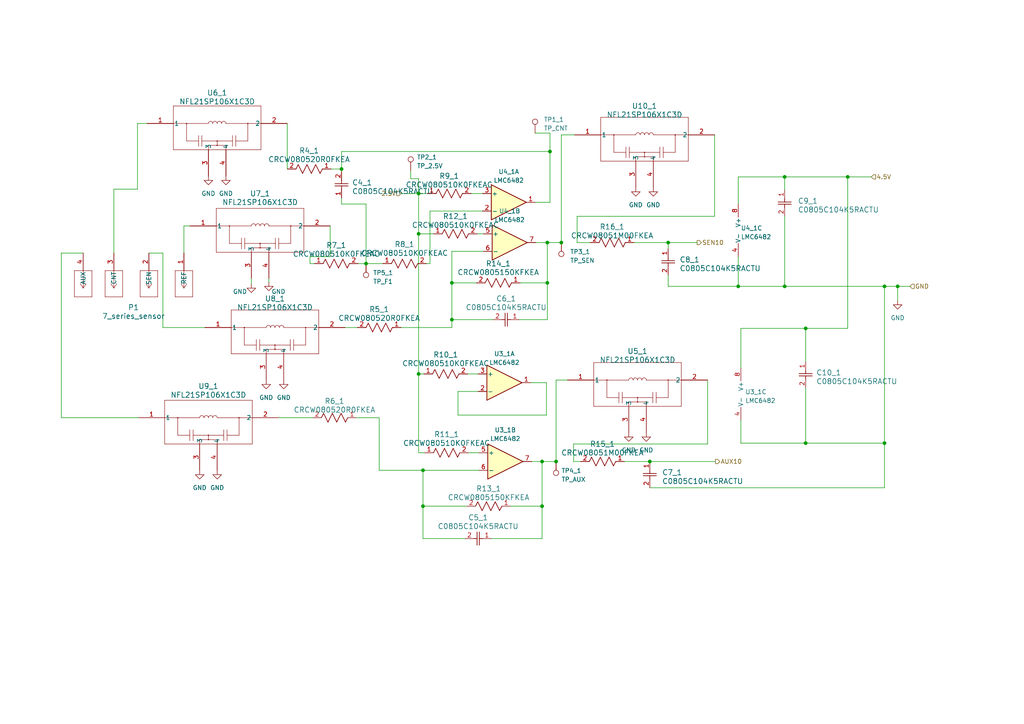
<source format=kicad_sch>
(kicad_sch (version 20230121) (generator eeschema)

  (uuid 1920a543-4cca-46e6-a287-f13ca35a88f5)

  (paper "A4")

  (lib_symbols
    (symbol "2023-07-19_08-42-50:NFL21SP106X1C3D" (pin_names (offset 0.254)) (in_bom yes) (on_board yes)
      (property "Reference" "U" (at 20.32 10.16 0)
        (effects (font (size 1.524 1.524)))
      )
      (property "Value" "NFL21SP106X1C3D" (at 20.32 7.62 0)
        (effects (font (size 1.524 1.524)))
      )
      (property "Footprint" "GCAP_NFL21SP106X1C3D_MUR" (at 0 0 0)
        (effects (font (size 1.27 1.27) italic) hide)
      )
      (property "Datasheet" "NFL21SP106X1C3D" (at 0 0 0)
        (effects (font (size 1.27 1.27) italic) hide)
      )
      (property "ki_locked" "" (at 0 0 0)
        (effects (font (size 1.27 1.27)))
      )
      (property "ki_keywords" "NFL21SP106X1C3D" (at 0 0 0)
        (effects (font (size 1.27 1.27)) hide)
      )
      (property "ki_fp_filters" "GCAP_NFL21SP106X1C3D_MUR GCAP_NFL21SP106X1C3D_MUR-M GCAP_NFL21SP106X1C3D_MUR-L" (at 0 0 0)
        (effects (font (size 1.27 1.27)) hide)
      )
      (symbol "NFL21SP106X1C3D_0_1"
        (polyline
          (pts
            (xy 7.62 -7.62)
            (xy 33.02 -7.62)
          )
          (stroke (width 0.127) (type default))
          (fill (type none))
        )
        (polyline
          (pts
            (xy 7.62 0)
            (xy 17.78 0)
          )
          (stroke (width 0.127) (type default))
          (fill (type none))
        )
        (polyline
          (pts
            (xy 7.62 5.08)
            (xy 7.62 -7.62)
          )
          (stroke (width 0.127) (type default))
          (fill (type none))
        )
        (polyline
          (pts
            (xy 11.43 -5.08)
            (xy 14.9225 -5.08)
          )
          (stroke (width 0.127) (type default))
          (fill (type none))
        )
        (polyline
          (pts
            (xy 11.43 0)
            (xy 11.43 -5.08)
          )
          (stroke (width 0.127) (type default))
          (fill (type none))
        )
        (polyline
          (pts
            (xy 14.9225 -3.4925)
            (xy 14.9225 -6.6675)
          )
          (stroke (width 0.127) (type default))
          (fill (type none))
        )
        (polyline
          (pts
            (xy 15.875 -6.6675)
            (xy 15.875 -3.4925)
          )
          (stroke (width 0.127) (type default))
          (fill (type none))
        )
        (polyline
          (pts
            (xy 17.78 -6.35)
            (xy 17.78 -7.62)
          )
          (stroke (width 0.127) (type default))
          (fill (type none))
        )
        (polyline
          (pts
            (xy 17.78 -6.35)
            (xy 22.86 -6.35)
          )
          (stroke (width 0.127) (type default))
          (fill (type none))
        )
        (polyline
          (pts
            (xy 20.32 -6.35)
            (xy 20.32 -5.08)
          )
          (stroke (width 0.127) (type default))
          (fill (type none))
        )
        (polyline
          (pts
            (xy 22.86 -6.35)
            (xy 22.86 -7.62)
          )
          (stroke (width 0.127) (type default))
          (fill (type none))
        )
        (polyline
          (pts
            (xy 22.86 0)
            (xy 33.02 0)
          )
          (stroke (width 0.127) (type default))
          (fill (type none))
        )
        (polyline
          (pts
            (xy 24.765 -5.08)
            (xy 15.875 -5.08)
          )
          (stroke (width 0.127) (type default))
          (fill (type none))
        )
        (polyline
          (pts
            (xy 24.765 -3.4925)
            (xy 24.765 -6.6675)
          )
          (stroke (width 0.127) (type default))
          (fill (type none))
        )
        (polyline
          (pts
            (xy 25.7175 -5.08)
            (xy 29.21 -5.08)
          )
          (stroke (width 0.127) (type default))
          (fill (type none))
        )
        (polyline
          (pts
            (xy 25.7175 -3.4925)
            (xy 25.7175 -6.6675)
          )
          (stroke (width 0.127) (type default))
          (fill (type none))
        )
        (polyline
          (pts
            (xy 29.21 0)
            (xy 29.21 -5.08)
          )
          (stroke (width 0.127) (type default))
          (fill (type none))
        )
        (polyline
          (pts
            (xy 33.02 -7.62)
            (xy 33.02 5.08)
          )
          (stroke (width 0.127) (type default))
          (fill (type none))
        )
        (polyline
          (pts
            (xy 33.02 5.08)
            (xy 7.62 5.08)
          )
          (stroke (width 0.127) (type default))
          (fill (type none))
        )
        (circle (center 11.43 0) (radius 0.127)
          (stroke (width 0.127) (type default))
          (fill (type none))
        )
        (arc (start 19.05 0) (mid 18.415 0.6323) (end 17.78 0)
          (stroke (width 0.127) (type default))
          (fill (type none))
        )
        (circle (center 20.32 -6.35) (radius 0.127)
          (stroke (width 0.127) (type default))
          (fill (type none))
        )
        (circle (center 20.32 -5.08) (radius 0.127)
          (stroke (width 0.127) (type default))
          (fill (type none))
        )
        (arc (start 20.32 0) (mid 19.685 0.6323) (end 19.05 0)
          (stroke (width 0.127) (type default))
          (fill (type none))
        )
        (arc (start 21.59 0) (mid 20.955 0.6323) (end 20.32 0)
          (stroke (width 0.127) (type default))
          (fill (type none))
        )
        (arc (start 22.86 0) (mid 22.225 0.6323) (end 21.59 0)
          (stroke (width 0.127) (type default))
          (fill (type none))
        )
        (circle (center 29.21 0) (radius 0.127)
          (stroke (width 0.127) (type default))
          (fill (type none))
        )
        (pin unspecified line (at 0 0 0) (length 7.62)
          (name "1" (effects (font (size 1.27 1.27))))
          (number "1" (effects (font (size 1.27 1.27))))
        )
        (pin unspecified line (at 40.64 0 180) (length 7.62)
          (name "2" (effects (font (size 1.27 1.27))))
          (number "2" (effects (font (size 1.27 1.27))))
        )
        (pin unspecified line (at 17.78 -15.24 90) (length 7.62)
          (name "3" (effects (font (size 1.27 1.27))))
          (number "3" (effects (font (size 1.27 1.27))))
        )
        (pin unspecified line (at 22.86 -15.24 90) (length 7.62)
          (name "4" (effects (font (size 1.27 1.27))))
          (number "4" (effects (font (size 1.27 1.27))))
        )
      )
    )
    (symbol "7_series_sensor:7_series_sensor" (pin_names (offset 0.254)) (in_bom yes) (on_board yes)
      (property "Reference" "J" (at 8.89 6.35 0)
        (effects (font (size 1.524 1.524)))
      )
      (property "Value" "7_series_sensor" (at -2.54 6.35 0)
        (effects (font (size 1.524 1.524)))
      )
      (property "Footprint" "CONN_0331-0-15-15-18-14-10-0_MIM" (at 1.27 -5.08 0)
        (effects (font (size 1.27 1.27) italic) hide)
      )
      (property "Datasheet" "0331-0-15-15-18-14-10-0" (at 1.27 -2.54 0)
        (effects (font (size 1.27 1.27) italic) hide)
      )
      (property "ki_locked" "" (at 0 0 0)
        (effects (font (size 1.27 1.27)))
      )
      (property "ki_keywords" "0331-0-15-15-18-14-10-0" (at 0 0 0)
        (effects (font (size 1.27 1.27)) hide)
      )
      (property "ki_fp_filters" "CONN_0331-0-15-15-18-14-10-0_MIM" (at 0 0 0)
        (effects (font (size 1.27 1.27)) hide)
      )
      (symbol "7_series_sensor_1_1"
        (polyline
          (pts
            (xy -36.83 7.62)
            (xy -31.75 7.62)
          )
          (stroke (width 0.127) (type default))
          (fill (type none))
        )
        (polyline
          (pts
            (xy -36.83 15.24)
            (xy -36.83 7.62)
          )
          (stroke (width 0.127) (type default))
          (fill (type none))
        )
        (polyline
          (pts
            (xy -34.29 10.16)
            (xy -35.1367 11.43)
          )
          (stroke (width 0.127) (type default))
          (fill (type none))
        )
        (polyline
          (pts
            (xy -34.29 10.16)
            (xy -34.29 15.24)
          )
          (stroke (width 0.127) (type default))
          (fill (type none))
        )
        (polyline
          (pts
            (xy -34.29 10.16)
            (xy -33.4433 11.43)
          )
          (stroke (width 0.127) (type default))
          (fill (type none))
        )
        (polyline
          (pts
            (xy -31.75 7.62)
            (xy -31.75 15.24)
          )
          (stroke (width 0.127) (type default))
          (fill (type none))
        )
        (polyline
          (pts
            (xy -31.75 15.24)
            (xy -36.83 15.24)
          )
          (stroke (width 0.127) (type default))
          (fill (type none))
        )
        (polyline
          (pts
            (xy -27.94 7.62)
            (xy -22.86 7.62)
          )
          (stroke (width 0.127) (type default))
          (fill (type none))
        )
        (polyline
          (pts
            (xy -27.94 15.24)
            (xy -27.94 7.62)
          )
          (stroke (width 0.127) (type default))
          (fill (type none))
        )
        (polyline
          (pts
            (xy -25.4 10.16)
            (xy -26.2467 11.43)
          )
          (stroke (width 0.127) (type default))
          (fill (type none))
        )
        (polyline
          (pts
            (xy -25.4 10.16)
            (xy -25.4 15.24)
          )
          (stroke (width 0.127) (type default))
          (fill (type none))
        )
        (polyline
          (pts
            (xy -25.4 10.16)
            (xy -24.5533 11.43)
          )
          (stroke (width 0.127) (type default))
          (fill (type none))
        )
        (polyline
          (pts
            (xy -22.86 7.62)
            (xy -22.86 15.24)
          )
          (stroke (width 0.127) (type default))
          (fill (type none))
        )
        (polyline
          (pts
            (xy -22.86 15.24)
            (xy -27.94 15.24)
          )
          (stroke (width 0.127) (type default))
          (fill (type none))
        )
        (polyline
          (pts
            (xy -17.78 7.62)
            (xy -12.7 7.62)
          )
          (stroke (width 0.127) (type default))
          (fill (type none))
        )
        (polyline
          (pts
            (xy -17.78 15.24)
            (xy -17.78 7.62)
          )
          (stroke (width 0.127) (type default))
          (fill (type none))
        )
        (polyline
          (pts
            (xy -15.24 10.16)
            (xy -16.0867 11.43)
          )
          (stroke (width 0.127) (type default))
          (fill (type none))
        )
        (polyline
          (pts
            (xy -15.24 10.16)
            (xy -15.24 15.24)
          )
          (stroke (width 0.127) (type default))
          (fill (type none))
        )
        (polyline
          (pts
            (xy -15.24 10.16)
            (xy -14.3933 11.43)
          )
          (stroke (width 0.127) (type default))
          (fill (type none))
        )
        (polyline
          (pts
            (xy -12.7 7.62)
            (xy -12.7 15.24)
          )
          (stroke (width 0.127) (type default))
          (fill (type none))
        )
        (polyline
          (pts
            (xy -12.7 15.24)
            (xy -17.78 15.24)
          )
          (stroke (width 0.127) (type default))
          (fill (type none))
        )
        (polyline
          (pts
            (xy -7.62 7.62)
            (xy -2.54 7.62)
          )
          (stroke (width 0.127) (type default))
          (fill (type none))
        )
        (polyline
          (pts
            (xy -7.62 15.24)
            (xy -7.62 7.62)
          )
          (stroke (width 0.127) (type default))
          (fill (type none))
        )
        (polyline
          (pts
            (xy -5.08 10.16)
            (xy -5.9267 11.43)
          )
          (stroke (width 0.127) (type default))
          (fill (type none))
        )
        (polyline
          (pts
            (xy -5.08 10.16)
            (xy -5.08 15.24)
          )
          (stroke (width 0.127) (type default))
          (fill (type none))
        )
        (polyline
          (pts
            (xy -5.08 10.16)
            (xy -4.2333 11.43)
          )
          (stroke (width 0.127) (type default))
          (fill (type none))
        )
        (polyline
          (pts
            (xy -2.54 7.62)
            (xy -2.54 15.24)
          )
          (stroke (width 0.127) (type default))
          (fill (type none))
        )
        (polyline
          (pts
            (xy -2.54 15.24)
            (xy -7.62 15.24)
          )
          (stroke (width 0.127) (type default))
          (fill (type none))
        )
        (pin bidirectional line (at -5.08 20.32 270) (length 5.08)
          (name "REF" (effects (font (size 1.27 1.27))))
          (number "1" (effects (font (size 1.27 1.27))))
        )
        (pin bidirectional line (at -15.24 20.32 270) (length 5.08)
          (name "SEN" (effects (font (size 1.27 1.27))))
          (number "2" (effects (font (size 1.27 1.27))))
        )
        (pin bidirectional line (at -25.4 20.32 270) (length 5.08)
          (name "CNT" (effects (font (size 1.27 1.27))))
          (number "3" (effects (font (size 1.27 1.27))))
        )
        (pin bidirectional line (at -34.29 20.32 270) (length 5.08)
          (name "AUX" (effects (font (size 1.27 1.27))))
          (number "4" (effects (font (size 1.27 1.27))))
        )
      )
      (symbol "7_series_sensor_1_2"
        (polyline
          (pts
            (xy 5.08 -2.54)
            (xy 12.7 -2.54)
          )
          (stroke (width 0.127) (type default))
          (fill (type none))
        )
        (polyline
          (pts
            (xy 5.08 2.54)
            (xy 5.08 -2.54)
          )
          (stroke (width 0.127) (type default))
          (fill (type none))
        )
        (polyline
          (pts
            (xy 7.62 0)
            (xy 5.08 0)
          )
          (stroke (width 0.127) (type default))
          (fill (type none))
        )
        (polyline
          (pts
            (xy 7.62 0)
            (xy 8.89 -0.8467)
          )
          (stroke (width 0.127) (type default))
          (fill (type none))
        )
        (polyline
          (pts
            (xy 7.62 0)
            (xy 8.89 0.8467)
          )
          (stroke (width 0.127) (type default))
          (fill (type none))
        )
        (polyline
          (pts
            (xy 12.7 -2.54)
            (xy 12.7 2.54)
          )
          (stroke (width 0.127) (type default))
          (fill (type none))
        )
        (polyline
          (pts
            (xy 12.7 2.54)
            (xy 5.08 2.54)
          )
          (stroke (width 0.127) (type default))
          (fill (type none))
        )
        (pin unspecified line (at 0 0 0) (length 5.08)
          (name "1" (effects (font (size 1.27 1.27))))
          (number "1" (effects (font (size 1.27 1.27))))
        )
      )
    )
    (symbol "Amplifier_Operational:LMC6482" (pin_names (offset 0.127)) (in_bom yes) (on_board yes)
      (property "Reference" "U" (at 0 5.08 0)
        (effects (font (size 1.27 1.27)) (justify left))
      )
      (property "Value" "LMC6482" (at 0 -5.08 0)
        (effects (font (size 1.27 1.27)) (justify left))
      )
      (property "Footprint" "" (at 0 0 0)
        (effects (font (size 1.27 1.27)) hide)
      )
      (property "Datasheet" "http://www.ti.com/lit/ds/symlink/lmc6482.pdf" (at 0 0 0)
        (effects (font (size 1.27 1.27)) hide)
      )
      (property "ki_locked" "" (at 0 0 0)
        (effects (font (size 1.27 1.27)))
      )
      (property "ki_keywords" "dual opamp" (at 0 0 0)
        (effects (font (size 1.27 1.27)) hide)
      )
      (property "ki_description" "Dual CMOS Rail-to-Rail Input and Output Operational Amplifier, DIP-8/SOIC-8, SSOP-8" (at 0 0 0)
        (effects (font (size 1.27 1.27)) hide)
      )
      (property "ki_fp_filters" "SOIC*3.9x4.9mm*P1.27mm* DIP*W7.62mm* TO*99* OnSemi*Micro8* TSSOP*3x3mm*P0.65mm* TSSOP*4.4x3mm*P0.65mm* MSOP*3x3mm*P0.65mm* SSOP*3.9x4.9mm*P0.635mm* LFCSP*2x2mm*P0.5mm* *SIP* SOIC*5.3x6.2mm*P1.27mm*" (at 0 0 0)
        (effects (font (size 1.27 1.27)) hide)
      )
      (symbol "LMC6482_1_1"
        (polyline
          (pts
            (xy -5.08 5.08)
            (xy 5.08 0)
            (xy -5.08 -5.08)
            (xy -5.08 5.08)
          )
          (stroke (width 0.254) (type default))
          (fill (type background))
        )
        (pin output line (at 7.62 0 180) (length 2.54)
          (name "~" (effects (font (size 1.27 1.27))))
          (number "1" (effects (font (size 1.27 1.27))))
        )
        (pin input line (at -7.62 -2.54 0) (length 2.54)
          (name "-" (effects (font (size 1.27 1.27))))
          (number "2" (effects (font (size 1.27 1.27))))
        )
        (pin input line (at -7.62 2.54 0) (length 2.54)
          (name "+" (effects (font (size 1.27 1.27))))
          (number "3" (effects (font (size 1.27 1.27))))
        )
      )
      (symbol "LMC6482_2_1"
        (polyline
          (pts
            (xy -5.08 5.08)
            (xy 5.08 0)
            (xy -5.08 -5.08)
            (xy -5.08 5.08)
          )
          (stroke (width 0.254) (type default))
          (fill (type background))
        )
        (pin input line (at -7.62 2.54 0) (length 2.54)
          (name "+" (effects (font (size 1.27 1.27))))
          (number "5" (effects (font (size 1.27 1.27))))
        )
        (pin input line (at -7.62 -2.54 0) (length 2.54)
          (name "-" (effects (font (size 1.27 1.27))))
          (number "6" (effects (font (size 1.27 1.27))))
        )
        (pin output line (at 7.62 0 180) (length 2.54)
          (name "~" (effects (font (size 1.27 1.27))))
          (number "7" (effects (font (size 1.27 1.27))))
        )
      )
      (symbol "LMC6482_3_1"
        (pin power_in line (at -2.54 -7.62 90) (length 3.81)
          (name "V-" (effects (font (size 1.27 1.27))))
          (number "4" (effects (font (size 1.27 1.27))))
        )
        (pin power_in line (at -2.54 7.62 270) (length 3.81)
          (name "V+" (effects (font (size 1.27 1.27))))
          (number "8" (effects (font (size 1.27 1.27))))
        )
      )
    )
    (symbol "Connector:TestPoint" (pin_numbers hide) (pin_names (offset 0.762) hide) (in_bom yes) (on_board yes)
      (property "Reference" "TP" (at 0 6.858 0)
        (effects (font (size 1.27 1.27)))
      )
      (property "Value" "TestPoint" (at 0 5.08 0)
        (effects (font (size 1.27 1.27)))
      )
      (property "Footprint" "" (at 5.08 0 0)
        (effects (font (size 1.27 1.27)) hide)
      )
      (property "Datasheet" "~" (at 5.08 0 0)
        (effects (font (size 1.27 1.27)) hide)
      )
      (property "ki_keywords" "test point tp" (at 0 0 0)
        (effects (font (size 1.27 1.27)) hide)
      )
      (property "ki_description" "test point" (at 0 0 0)
        (effects (font (size 1.27 1.27)) hide)
      )
      (property "ki_fp_filters" "Pin* Test*" (at 0 0 0)
        (effects (font (size 1.27 1.27)) hide)
      )
      (symbol "TestPoint_0_1"
        (circle (center 0 3.302) (radius 0.762)
          (stroke (width 0) (type default))
          (fill (type none))
        )
      )
      (symbol "TestPoint_1_1"
        (pin passive line (at 0 0 90) (length 2.54)
          (name "1" (effects (font (size 1.27 1.27))))
          (number "1" (effects (font (size 1.27 1.27))))
        )
      )
    )
    (symbol "Vishay_10k:CRCW080510K0FKEAC" (pin_names (offset 0.254)) (in_bom yes) (on_board yes)
      (property "Reference" "R" (at 5.715 3.81 0)
        (effects (font (size 1.524 1.524)))
      )
      (property "Value" "CRCW080510K0FKEAC" (at 6.35 -3.81 0)
        (effects (font (size 1.524 1.524)))
      )
      (property "Footprint" "RES_CRCW_0805_VIS" (at 0 0 0)
        (effects (font (size 1.27 1.27) italic) hide)
      )
      (property "Datasheet" "CRCW080510K0FKEAC" (at 0 0 0)
        (effects (font (size 1.27 1.27) italic) hide)
      )
      (property "ki_locked" "" (at 0 0 0)
        (effects (font (size 1.27 1.27)))
      )
      (property "ki_keywords" "CRCW080510K0FKEAC" (at 0 0 0)
        (effects (font (size 1.27 1.27)) hide)
      )
      (property "ki_fp_filters" "RES_CRCW_0805_VIS RES_CRCW_0805_VIS-M RES_CRCW_0805_VIS-L" (at 0 0 0)
        (effects (font (size 1.27 1.27)) hide)
      )
      (symbol "CRCW080510K0FKEAC_1_1"
        (polyline
          (pts
            (xy 2.54 0)
            (xy 3.175 1.27)
          )
          (stroke (width 0.2032) (type default))
          (fill (type none))
        )
        (polyline
          (pts
            (xy 3.175 1.27)
            (xy 4.445 -1.27)
          )
          (stroke (width 0.2032) (type default))
          (fill (type none))
        )
        (polyline
          (pts
            (xy 4.445 -1.27)
            (xy 5.715 1.27)
          )
          (stroke (width 0.2032) (type default))
          (fill (type none))
        )
        (polyline
          (pts
            (xy 5.715 1.27)
            (xy 6.985 -1.27)
          )
          (stroke (width 0.2032) (type default))
          (fill (type none))
        )
        (polyline
          (pts
            (xy 6.985 -1.27)
            (xy 8.255 1.27)
          )
          (stroke (width 0.2032) (type default))
          (fill (type none))
        )
        (polyline
          (pts
            (xy 8.255 1.27)
            (xy 9.525 -1.27)
          )
          (stroke (width 0.2032) (type default))
          (fill (type none))
        )
        (polyline
          (pts
            (xy 9.525 -1.27)
            (xy 10.16 0)
          )
          (stroke (width 0.2032) (type default))
          (fill (type none))
        )
        (pin unspecified line (at 0 0 0) (length 2.54)
          (name "" (effects (font (size 1.27 1.27))))
          (number "1" (effects (font (size 1.27 1.27))))
        )
        (pin unspecified line (at 12.7 0 180) (length 2.54)
          (name "" (effects (font (size 1.27 1.27))))
          (number "2" (effects (font (size 1.27 1.27))))
        )
      )
      (symbol "CRCW080510K0FKEAC_1_2"
        (polyline
          (pts
            (xy -1.27 3.175)
            (xy 1.27 4.445)
          )
          (stroke (width 0.2032) (type default))
          (fill (type none))
        )
        (polyline
          (pts
            (xy -1.27 5.715)
            (xy 1.27 6.985)
          )
          (stroke (width 0.2032) (type default))
          (fill (type none))
        )
        (polyline
          (pts
            (xy -1.27 8.255)
            (xy 1.27 9.525)
          )
          (stroke (width 0.2032) (type default))
          (fill (type none))
        )
        (polyline
          (pts
            (xy 0 2.54)
            (xy -1.27 3.175)
          )
          (stroke (width 0.2032) (type default))
          (fill (type none))
        )
        (polyline
          (pts
            (xy 1.27 4.445)
            (xy -1.27 5.715)
          )
          (stroke (width 0.2032) (type default))
          (fill (type none))
        )
        (polyline
          (pts
            (xy 1.27 6.985)
            (xy -1.27 8.255)
          )
          (stroke (width 0.2032) (type default))
          (fill (type none))
        )
        (polyline
          (pts
            (xy 1.27 9.525)
            (xy 0 10.16)
          )
          (stroke (width 0.2032) (type default))
          (fill (type none))
        )
        (pin unspecified line (at 0 12.7 270) (length 2.54)
          (name "" (effects (font (size 1.27 1.27))))
          (number "1" (effects (font (size 1.27 1.27))))
        )
        (pin unspecified line (at 0 0 90) (length 2.54)
          (name "" (effects (font (size 1.27 1.27))))
          (number "2" (effects (font (size 1.27 1.27))))
        )
      )
    )
    (symbol "Vishay_150k:CRCW0805150KFKEA" (pin_names (offset 0.254)) (in_bom yes) (on_board yes)
      (property "Reference" "R" (at 5.715 3.81 0)
        (effects (font (size 1.524 1.524)))
      )
      (property "Value" "CRCW0805150KFKEA" (at 6.35 -3.81 0)
        (effects (font (size 1.524 1.524)))
      )
      (property "Footprint" "RC0805N_VIS" (at 0 0 0)
        (effects (font (size 1.27 1.27) italic) hide)
      )
      (property "Datasheet" "CRCW0805150KFKEA" (at 0 0 0)
        (effects (font (size 1.27 1.27) italic) hide)
      )
      (property "ki_locked" "" (at 0 0 0)
        (effects (font (size 1.27 1.27)))
      )
      (property "ki_keywords" "CRCW0805150KFKEA" (at 0 0 0)
        (effects (font (size 1.27 1.27)) hide)
      )
      (property "ki_fp_filters" "RC0805N_VIS RC0805N_VIS-M RC0805N_VIS-L" (at 0 0 0)
        (effects (font (size 1.27 1.27)) hide)
      )
      (symbol "CRCW0805150KFKEA_1_1"
        (polyline
          (pts
            (xy 2.54 0)
            (xy 3.175 1.27)
          )
          (stroke (width 0.2032) (type default))
          (fill (type none))
        )
        (polyline
          (pts
            (xy 3.175 1.27)
            (xy 4.445 -1.27)
          )
          (stroke (width 0.2032) (type default))
          (fill (type none))
        )
        (polyline
          (pts
            (xy 4.445 -1.27)
            (xy 5.715 1.27)
          )
          (stroke (width 0.2032) (type default))
          (fill (type none))
        )
        (polyline
          (pts
            (xy 5.715 1.27)
            (xy 6.985 -1.27)
          )
          (stroke (width 0.2032) (type default))
          (fill (type none))
        )
        (polyline
          (pts
            (xy 6.985 -1.27)
            (xy 8.255 1.27)
          )
          (stroke (width 0.2032) (type default))
          (fill (type none))
        )
        (polyline
          (pts
            (xy 8.255 1.27)
            (xy 9.525 -1.27)
          )
          (stroke (width 0.2032) (type default))
          (fill (type none))
        )
        (polyline
          (pts
            (xy 9.525 -1.27)
            (xy 10.16 0)
          )
          (stroke (width 0.2032) (type default))
          (fill (type none))
        )
        (pin unspecified line (at 12.7 0 180) (length 2.54)
          (name "" (effects (font (size 1.27 1.27))))
          (number "1" (effects (font (size 1.27 1.27))))
        )
        (pin unspecified line (at 0 0 0) (length 2.54)
          (name "" (effects (font (size 1.27 1.27))))
          (number "2" (effects (font (size 1.27 1.27))))
        )
      )
      (symbol "CRCW0805150KFKEA_1_2"
        (polyline
          (pts
            (xy -1.27 3.175)
            (xy 1.27 4.445)
          )
          (stroke (width 0.2032) (type default))
          (fill (type none))
        )
        (polyline
          (pts
            (xy -1.27 5.715)
            (xy 1.27 6.985)
          )
          (stroke (width 0.2032) (type default))
          (fill (type none))
        )
        (polyline
          (pts
            (xy -1.27 8.255)
            (xy 1.27 9.525)
          )
          (stroke (width 0.2032) (type default))
          (fill (type none))
        )
        (polyline
          (pts
            (xy 0 2.54)
            (xy -1.27 3.175)
          )
          (stroke (width 0.2032) (type default))
          (fill (type none))
        )
        (polyline
          (pts
            (xy 1.27 4.445)
            (xy -1.27 5.715)
          )
          (stroke (width 0.2032) (type default))
          (fill (type none))
        )
        (polyline
          (pts
            (xy 1.27 6.985)
            (xy -1.27 8.255)
          )
          (stroke (width 0.2032) (type default))
          (fill (type none))
        )
        (polyline
          (pts
            (xy 1.27 9.525)
            (xy 0 10.16)
          )
          (stroke (width 0.2032) (type default))
          (fill (type none))
        )
        (pin unspecified line (at 0 12.7 270) (length 2.54)
          (name "" (effects (font (size 1.27 1.27))))
          (number "1" (effects (font (size 1.27 1.27))))
        )
        (pin unspecified line (at 0 0 90) (length 2.54)
          (name "" (effects (font (size 1.27 1.27))))
          (number "2" (effects (font (size 1.27 1.27))))
        )
      )
    )
    (symbol "Vishay_1M:CRCW08051M00FKEA" (pin_names (offset 0.254)) (in_bom yes) (on_board yes)
      (property "Reference" "R" (at 5.715 3.81 0)
        (effects (font (size 1.524 1.524)))
      )
      (property "Value" "CRCW08051M00FKEA" (at 6.35 -3.81 0)
        (effects (font (size 1.524 1.524)))
      )
      (property "Footprint" "RES_CRCW_0805" (at 0 0 0)
        (effects (font (size 1.27 1.27) italic) hide)
      )
      (property "Datasheet" "CRCW08051M00FKEA" (at 0 0 0)
        (effects (font (size 1.27 1.27) italic) hide)
      )
      (property "ki_locked" "" (at 0 0 0)
        (effects (font (size 1.27 1.27)))
      )
      (property "ki_keywords" "CRCW08051M00FKEA" (at 0 0 0)
        (effects (font (size 1.27 1.27)) hide)
      )
      (property "ki_fp_filters" "RES_CRCW_0805 RES_CRCW_0805-M RES_CRCW_0805-L" (at 0 0 0)
        (effects (font (size 1.27 1.27)) hide)
      )
      (symbol "CRCW08051M00FKEA_1_1"
        (polyline
          (pts
            (xy 2.54 0)
            (xy 3.175 1.27)
          )
          (stroke (width 0.2032) (type default))
          (fill (type none))
        )
        (polyline
          (pts
            (xy 3.175 1.27)
            (xy 4.445 -1.27)
          )
          (stroke (width 0.2032) (type default))
          (fill (type none))
        )
        (polyline
          (pts
            (xy 4.445 -1.27)
            (xy 5.715 1.27)
          )
          (stroke (width 0.2032) (type default))
          (fill (type none))
        )
        (polyline
          (pts
            (xy 5.715 1.27)
            (xy 6.985 -1.27)
          )
          (stroke (width 0.2032) (type default))
          (fill (type none))
        )
        (polyline
          (pts
            (xy 6.985 -1.27)
            (xy 8.255 1.27)
          )
          (stroke (width 0.2032) (type default))
          (fill (type none))
        )
        (polyline
          (pts
            (xy 8.255 1.27)
            (xy 9.525 -1.27)
          )
          (stroke (width 0.2032) (type default))
          (fill (type none))
        )
        (polyline
          (pts
            (xy 9.525 -1.27)
            (xy 10.16 0)
          )
          (stroke (width 0.2032) (type default))
          (fill (type none))
        )
        (pin unspecified line (at 12.7 0 180) (length 2.54)
          (name "" (effects (font (size 1.27 1.27))))
          (number "1" (effects (font (size 1.27 1.27))))
        )
        (pin unspecified line (at 0 0 0) (length 2.54)
          (name "" (effects (font (size 1.27 1.27))))
          (number "2" (effects (font (size 1.27 1.27))))
        )
      )
      (symbol "CRCW08051M00FKEA_1_2"
        (polyline
          (pts
            (xy -1.27 3.175)
            (xy 1.27 4.445)
          )
          (stroke (width 0.2032) (type default))
          (fill (type none))
        )
        (polyline
          (pts
            (xy -1.27 5.715)
            (xy 1.27 6.985)
          )
          (stroke (width 0.2032) (type default))
          (fill (type none))
        )
        (polyline
          (pts
            (xy -1.27 8.255)
            (xy 1.27 9.525)
          )
          (stroke (width 0.2032) (type default))
          (fill (type none))
        )
        (polyline
          (pts
            (xy 0 2.54)
            (xy -1.27 3.175)
          )
          (stroke (width 0.2032) (type default))
          (fill (type none))
        )
        (polyline
          (pts
            (xy 1.27 4.445)
            (xy -1.27 5.715)
          )
          (stroke (width 0.2032) (type default))
          (fill (type none))
        )
        (polyline
          (pts
            (xy 1.27 6.985)
            (xy -1.27 8.255)
          )
          (stroke (width 0.2032) (type default))
          (fill (type none))
        )
        (polyline
          (pts
            (xy 1.27 9.525)
            (xy 0 10.16)
          )
          (stroke (width 0.2032) (type default))
          (fill (type none))
        )
        (pin unspecified line (at 0 12.7 270) (length 2.54)
          (name "" (effects (font (size 1.27 1.27))))
          (number "1" (effects (font (size 1.27 1.27))))
        )
        (pin unspecified line (at 0 0 90) (length 2.54)
          (name "" (effects (font (size 1.27 1.27))))
          (number "2" (effects (font (size 1.27 1.27))))
        )
      )
    )
    (symbol "Vishay_20R:CRCW080520R0FKEA" (pin_names (offset 0.254)) (in_bom yes) (on_board yes)
      (property "Reference" "R" (at 5.715 3.81 0)
        (effects (font (size 1.524 1.524)))
      )
      (property "Value" "CRCW080520R0FKEA" (at 6.35 -3.81 0)
        (effects (font (size 1.524 1.524)))
      )
      (property "Footprint" "RC0805N_VIS" (at 0 0 0)
        (effects (font (size 1.27 1.27) italic) hide)
      )
      (property "Datasheet" "CRCW080520R0FKEA" (at 0 0 0)
        (effects (font (size 1.27 1.27) italic) hide)
      )
      (property "ki_locked" "" (at 0 0 0)
        (effects (font (size 1.27 1.27)))
      )
      (property "ki_keywords" "CRCW080520R0FKEA" (at 0 0 0)
        (effects (font (size 1.27 1.27)) hide)
      )
      (property "ki_fp_filters" "RC0805N_VIS RC0805N_VIS-M RC0805N_VIS-L" (at 0 0 0)
        (effects (font (size 1.27 1.27)) hide)
      )
      (symbol "CRCW080520R0FKEA_1_1"
        (polyline
          (pts
            (xy 2.54 0)
            (xy 3.175 1.27)
          )
          (stroke (width 0.2032) (type default))
          (fill (type none))
        )
        (polyline
          (pts
            (xy 3.175 1.27)
            (xy 4.445 -1.27)
          )
          (stroke (width 0.2032) (type default))
          (fill (type none))
        )
        (polyline
          (pts
            (xy 4.445 -1.27)
            (xy 5.715 1.27)
          )
          (stroke (width 0.2032) (type default))
          (fill (type none))
        )
        (polyline
          (pts
            (xy 5.715 1.27)
            (xy 6.985 -1.27)
          )
          (stroke (width 0.2032) (type default))
          (fill (type none))
        )
        (polyline
          (pts
            (xy 6.985 -1.27)
            (xy 8.255 1.27)
          )
          (stroke (width 0.2032) (type default))
          (fill (type none))
        )
        (polyline
          (pts
            (xy 8.255 1.27)
            (xy 9.525 -1.27)
          )
          (stroke (width 0.2032) (type default))
          (fill (type none))
        )
        (polyline
          (pts
            (xy 9.525 -1.27)
            (xy 10.16 0)
          )
          (stroke (width 0.2032) (type default))
          (fill (type none))
        )
        (pin unspecified line (at 12.7 0 180) (length 2.54)
          (name "" (effects (font (size 1.27 1.27))))
          (number "1" (effects (font (size 1.27 1.27))))
        )
        (pin unspecified line (at 0 0 0) (length 2.54)
          (name "" (effects (font (size 1.27 1.27))))
          (number "2" (effects (font (size 1.27 1.27))))
        )
      )
      (symbol "CRCW080520R0FKEA_1_2"
        (polyline
          (pts
            (xy -1.27 3.175)
            (xy 1.27 4.445)
          )
          (stroke (width 0.2032) (type default))
          (fill (type none))
        )
        (polyline
          (pts
            (xy -1.27 5.715)
            (xy 1.27 6.985)
          )
          (stroke (width 0.2032) (type default))
          (fill (type none))
        )
        (polyline
          (pts
            (xy -1.27 8.255)
            (xy 1.27 9.525)
          )
          (stroke (width 0.2032) (type default))
          (fill (type none))
        )
        (polyline
          (pts
            (xy 0 2.54)
            (xy -1.27 3.175)
          )
          (stroke (width 0.2032) (type default))
          (fill (type none))
        )
        (polyline
          (pts
            (xy 1.27 4.445)
            (xy -1.27 5.715)
          )
          (stroke (width 0.2032) (type default))
          (fill (type none))
        )
        (polyline
          (pts
            (xy 1.27 6.985)
            (xy -1.27 8.255)
          )
          (stroke (width 0.2032) (type default))
          (fill (type none))
        )
        (polyline
          (pts
            (xy 1.27 9.525)
            (xy 0 10.16)
          )
          (stroke (width 0.2032) (type default))
          (fill (type none))
        )
        (pin unspecified line (at 0 12.7 270) (length 2.54)
          (name "" (effects (font (size 1.27 1.27))))
          (number "1" (effects (font (size 1.27 1.27))))
        )
        (pin unspecified line (at 0 0 90) (length 2.54)
          (name "" (effects (font (size 1.27 1.27))))
          (number "2" (effects (font (size 1.27 1.27))))
        )
      )
    )
    (symbol "kemet_0.1uf:C0805C104K5RACTU" (pin_names (offset 0.254)) (in_bom yes) (on_board yes)
      (property "Reference" "C" (at 3.81 3.81 0)
        (effects (font (size 1.524 1.524)))
      )
      (property "Value" "C0805C104K5RACTU" (at 3.81 -3.81 0)
        (effects (font (size 1.524 1.524)))
      )
      (property "Footprint" "CAPC220145_88N_KEM" (at 0 0 0)
        (effects (font (size 1.27 1.27) italic) hide)
      )
      (property "Datasheet" "C0805C104K5RACTU" (at 0 0 0)
        (effects (font (size 1.27 1.27) italic) hide)
      )
      (property "ki_locked" "" (at 0 0 0)
        (effects (font (size 1.27 1.27)))
      )
      (property "ki_keywords" "C0805C104K5RACTU" (at 0 0 0)
        (effects (font (size 1.27 1.27)) hide)
      )
      (property "ki_fp_filters" "CAPC220145_88N_KEM CAPC220145_88N_KEM-M CAPC220145_88N_KEM-L" (at 0 0 0)
        (effects (font (size 1.27 1.27)) hide)
      )
      (symbol "C0805C104K5RACTU_1_1"
        (polyline
          (pts
            (xy 2.54 0)
            (xy 3.4798 0)
          )
          (stroke (width 0.2032) (type default))
          (fill (type none))
        )
        (polyline
          (pts
            (xy 3.4798 -1.905)
            (xy 3.4798 1.905)
          )
          (stroke (width 0.2032) (type default))
          (fill (type none))
        )
        (polyline
          (pts
            (xy 4.1148 -1.905)
            (xy 4.1148 1.905)
          )
          (stroke (width 0.2032) (type default))
          (fill (type none))
        )
        (polyline
          (pts
            (xy 4.1148 0)
            (xy 5.08 0)
          )
          (stroke (width 0.2032) (type default))
          (fill (type none))
        )
        (pin unspecified line (at 0 0 0) (length 2.54)
          (name "" (effects (font (size 1.27 1.27))))
          (number "1" (effects (font (size 1.27 1.27))))
        )
        (pin unspecified line (at 7.62 0 180) (length 2.54)
          (name "" (effects (font (size 1.27 1.27))))
          (number "2" (effects (font (size 1.27 1.27))))
        )
      )
      (symbol "C0805C104K5RACTU_1_2"
        (polyline
          (pts
            (xy -1.905 -4.1148)
            (xy 1.905 -4.1148)
          )
          (stroke (width 0.2032) (type default))
          (fill (type none))
        )
        (polyline
          (pts
            (xy -1.905 -3.4798)
            (xy 1.905 -3.4798)
          )
          (stroke (width 0.2032) (type default))
          (fill (type none))
        )
        (polyline
          (pts
            (xy 0 -4.1148)
            (xy 0 -5.08)
          )
          (stroke (width 0.2032) (type default))
          (fill (type none))
        )
        (polyline
          (pts
            (xy 0 -2.54)
            (xy 0 -3.4798)
          )
          (stroke (width 0.2032) (type default))
          (fill (type none))
        )
        (pin unspecified line (at 0 0 270) (length 2.54)
          (name "" (effects (font (size 1.27 1.27))))
          (number "1" (effects (font (size 1.27 1.27))))
        )
        (pin unspecified line (at 0 -7.62 90) (length 2.54)
          (name "" (effects (font (size 1.27 1.27))))
          (number "2" (effects (font (size 1.27 1.27))))
        )
      )
    )
    (symbol "power:GND" (power) (pin_names (offset 0)) (in_bom yes) (on_board yes)
      (property "Reference" "#PWR" (at 0 -6.35 0)
        (effects (font (size 1.27 1.27)) hide)
      )
      (property "Value" "GND" (at 0 -3.81 0)
        (effects (font (size 1.27 1.27)))
      )
      (property "Footprint" "" (at 0 0 0)
        (effects (font (size 1.27 1.27)) hide)
      )
      (property "Datasheet" "" (at 0 0 0)
        (effects (font (size 1.27 1.27)) hide)
      )
      (property "ki_keywords" "global power" (at 0 0 0)
        (effects (font (size 1.27 1.27)) hide)
      )
      (property "ki_description" "Power symbol creates a global label with name \"GND\" , ground" (at 0 0 0)
        (effects (font (size 1.27 1.27)) hide)
      )
      (symbol "GND_0_1"
        (polyline
          (pts
            (xy 0 0)
            (xy 0 -1.27)
            (xy 1.27 -1.27)
            (xy 0 -2.54)
            (xy -1.27 -1.27)
            (xy 0 -1.27)
          )
          (stroke (width 0) (type default))
          (fill (type none))
        )
      )
      (symbol "GND_1_1"
        (pin power_in line (at 0 0 270) (length 0) hide
          (name "GND" (effects (font (size 1.27 1.27))))
          (number "1" (effects (font (size 1.27 1.27))))
        )
      )
    )
  )

  (junction (at 99.06 49.022) (diameter 0) (color 0 0 0 0)
    (uuid 0e88cb9b-7d80-4467-baf9-3448ed43922f)
  )
  (junction (at 260.35 83.058) (diameter 0) (color 0 0 0 0)
    (uuid 0fdb3a5c-d92e-472f-9d3d-5b43acf16c88)
  )
  (junction (at 159.512 43.942) (diameter 0) (color 0 0 0 0)
    (uuid 12c9c514-f0f6-4b52-a843-3e03ae2ca72c)
  )
  (junction (at 193.802 70.358) (diameter 0) (color 0 0 0 0)
    (uuid 2307c2b7-04b4-4de6-ada4-74ba9d0b7288)
  )
  (junction (at 161.29 133.858) (diameter 0) (color 0 0 0 0)
    (uuid 321b9c92-cd22-4968-98d2-ce0cbad39a07)
  )
  (junction (at 162.814 70.358) (diameter 0) (color 0 0 0 0)
    (uuid 3317850b-e901-4190-b094-3ac6b4c0f96a)
  )
  (junction (at 131.064 92.71) (diameter 0) (color 0 0 0 0)
    (uuid 38713d09-aa5d-453d-9bf9-be6077259eb8)
  )
  (junction (at 158.75 70.358) (diameter 0) (color 0 0 0 0)
    (uuid 3f6dd2fe-ca04-4988-b2f8-1bf6df7a873f)
  )
  (junction (at 233.68 95.25) (diameter 0) (color 0 0 0 0)
    (uuid 456aed58-2ac8-4591-a2e9-e880fba88eec)
  )
  (junction (at 256.54 128.524) (diameter 0) (color 0 0 0 0)
    (uuid 5c7439b1-08ac-4601-891b-5478035cc246)
  )
  (junction (at 158.75 82.042) (diameter 0) (color 0 0 0 0)
    (uuid 67ff70b0-106a-4c4a-b05d-40d9dfbdefca)
  )
  (junction (at 256.54 83.058) (diameter 0) (color 0 0 0 0)
    (uuid 69bca000-5a61-4346-864c-94f91ad0825a)
  )
  (junction (at 122.682 146.812) (diameter 0) (color 0 0 0 0)
    (uuid 8120440a-0f3f-4572-935f-926f86807688)
  )
  (junction (at 157.226 146.812) (diameter 0) (color 0 0 0 0)
    (uuid 8a292c2b-1d82-46a1-ac0c-d62da7749620)
  )
  (junction (at 188.468 133.858) (diameter 0) (color 0 0 0 0)
    (uuid 95284097-472f-46df-a90a-3dc9c5b6d923)
  )
  (junction (at 227.584 83.058) (diameter 0) (color 0 0 0 0)
    (uuid 9661b51f-e84a-47af-979c-0497da9a8011)
  )
  (junction (at 131.064 82.042) (diameter 0) (color 0 0 0 0)
    (uuid 9a2dcf80-a29d-4257-88b5-36a4a901babb)
  )
  (junction (at 122.682 136.398) (diameter 0) (color 0 0 0 0)
    (uuid aa447d9a-67d1-48c9-bef5-6ffaf4680fd5)
  )
  (junction (at 245.872 51.308) (diameter 0) (color 0 0 0 0)
    (uuid abe1d3fb-1d4a-47e0-99b7-f79ee88a769b)
  )
  (junction (at 121.412 108.458) (diameter 0) (color 0 0 0 0)
    (uuid bd7d43c1-740c-45db-944f-6ba90076a212)
  )
  (junction (at 121.412 67.818) (diameter 0) (color 0 0 0 0)
    (uuid c75de8d0-b89c-4ff5-b1b1-7158ae7ee6bf)
  )
  (junction (at 106.172 76.454) (diameter 0) (color 0 0 0 0)
    (uuid d4e4f054-2a8d-4af2-a330-afc41307b7bb)
  )
  (junction (at 157.226 133.858) (diameter 0) (color 0 0 0 0)
    (uuid d9a941ee-7f75-4668-b7c3-7262a195c68e)
  )
  (junction (at 227.584 51.308) (diameter 0) (color 0 0 0 0)
    (uuid d9dd4955-ff34-4c30-bbe8-8a376cc8d697)
  )
  (junction (at 121.412 56.134) (diameter 0) (color 0 0 0 0)
    (uuid e1c66c66-bb43-4460-aeee-9cf588ba99eb)
  )
  (junction (at 233.68 128.524) (diameter 0) (color 0 0 0 0)
    (uuid ec65cef2-3a14-4b0c-94ac-43a879fec233)
  )
  (junction (at 214.122 83.058) (diameter 0) (color 0 0 0 0)
    (uuid f5355c3e-61d2-4151-9bf5-4d0439f6d2a6)
  )

  (wire (pts (xy 123.698 76.454) (xy 124.714 76.454))
    (stroke (width 0) (type default))
    (uuid 0034acd2-3966-4efe-aab0-2c7242430b10)
  )
  (wire (pts (xy 188.468 133.858) (xy 207.518 133.858))
    (stroke (width 0) (type default))
    (uuid 05ac964f-00e1-4d5d-b4ae-2fd9e90662f4)
  )
  (wire (pts (xy 164.592 110.236) (xy 161.29 110.236))
    (stroke (width 0) (type default))
    (uuid 05e236d1-85c7-4eed-89d2-9c9da78fec76)
  )
  (wire (pts (xy 122.682 146.812) (xy 122.682 156.21))
    (stroke (width 0) (type default))
    (uuid 092af105-9e0d-446a-99b0-1fac8d45b493)
  )
  (wire (pts (xy 233.68 104.902) (xy 233.68 95.25))
    (stroke (width 0) (type default))
    (uuid 0b01eb53-1497-450c-b92c-65540a29151e)
  )
  (wire (pts (xy 148.082 146.812) (xy 157.226 146.812))
    (stroke (width 0) (type default))
    (uuid 0d20b240-4b12-44af-99b8-7adad5e06823)
  )
  (wire (pts (xy 158.496 120.396) (xy 132.842 120.396))
    (stroke (width 0) (type default))
    (uuid 0f2b3bf3-6663-43fe-aab0-847f8342041a)
  )
  (wire (pts (xy 162.814 39.116) (xy 166.624 39.116))
    (stroke (width 0) (type default))
    (uuid 103c4783-5293-4c46-a5ce-f0dc5d20e4bc)
  )
  (wire (pts (xy 227.584 62.738) (xy 227.584 83.058))
    (stroke (width 0) (type default))
    (uuid 124dc744-3486-4d2c-9189-35ba1c7a00af)
  )
  (wire (pts (xy 103.886 76.454) (xy 106.172 76.454))
    (stroke (width 0) (type default))
    (uuid 12c7690b-6191-49f8-bca7-51fea318eee2)
  )
  (wire (pts (xy 158.75 82.042) (xy 158.75 92.71))
    (stroke (width 0) (type default))
    (uuid 148a0540-b98a-47a5-ab3e-b77aed55b258)
  )
  (wire (pts (xy 99.06 59.182) (xy 106.172 59.182))
    (stroke (width 0) (type default))
    (uuid 149a47c7-45b4-4fc5-bc8c-2bf7d3ad9dff)
  )
  (wire (pts (xy 181.102 133.858) (xy 188.468 133.858))
    (stroke (width 0) (type default))
    (uuid 15de312e-0421-4c20-a0ab-33d23f7464b5)
  )
  (wire (pts (xy 103.378 121.158) (xy 109.982 121.158))
    (stroke (width 0) (type default))
    (uuid 17187416-b3f6-4f42-be75-65acb3be1071)
  )
  (wire (pts (xy 124.714 61.214) (xy 124.714 76.454))
    (stroke (width 0) (type default))
    (uuid 18bddbec-c27b-42e5-8d0d-20c865d87562)
  )
  (wire (pts (xy 158.496 110.998) (xy 158.496 120.396))
    (stroke (width 0) (type default))
    (uuid 1b9526e5-5fb4-445a-9e58-6b8532efb1f8)
  )
  (wire (pts (xy 256.54 128.524) (xy 256.54 83.058))
    (stroke (width 0) (type default))
    (uuid 1c508489-ed8c-4c73-81ec-2cdbfe87b96c)
  )
  (wire (pts (xy 131.064 82.042) (xy 138.176 82.042))
    (stroke (width 0) (type default))
    (uuid 20829120-7023-4906-88f4-23a590c6957d)
  )
  (wire (pts (xy 227.584 51.308) (xy 214.122 51.308))
    (stroke (width 0) (type default))
    (uuid 2410abb0-7eff-463e-9fd1-b7c8fa3b7074)
  )
  (wire (pts (xy 121.412 56.134) (xy 121.412 67.818))
    (stroke (width 0) (type default))
    (uuid 2799300f-a495-42ea-9b2f-7091a23c0a1c)
  )
  (wire (pts (xy 252.73 51.308) (xy 245.872 51.308))
    (stroke (width 0) (type default))
    (uuid 2824eb5a-11f8-4eec-a211-32529e5f49fd)
  )
  (wire (pts (xy 167.386 62.738) (xy 167.386 70.358))
    (stroke (width 0) (type default))
    (uuid 29437cb7-7799-47c8-bce9-db9f72e24051)
  )
  (wire (pts (xy 89.916 76.454) (xy 91.186 76.454))
    (stroke (width 0) (type default))
    (uuid 29cf6188-6d4e-4731-8af0-590c0018c3fa)
  )
  (wire (pts (xy 214.884 95.25) (xy 233.68 95.25))
    (stroke (width 0) (type default))
    (uuid 2ae50883-3515-44e8-8df7-0ea6e7cd64dc)
  )
  (wire (pts (xy 109.982 121.158) (xy 109.982 136.398))
    (stroke (width 0) (type default))
    (uuid 2d7aae25-7f99-4dd6-b350-99c7c5c4141a)
  )
  (wire (pts (xy 121.412 51.816) (xy 121.412 56.134))
    (stroke (width 0) (type default))
    (uuid 2e000997-2424-41c3-9e36-9a34f1097cc1)
  )
  (wire (pts (xy 193.802 83.058) (xy 214.122 83.058))
    (stroke (width 0) (type default))
    (uuid 2ff65a37-50c5-49ac-b5b7-f905d6e06412)
  )
  (wire (pts (xy 205.232 128.778) (xy 166.37 128.778))
    (stroke (width 0) (type default))
    (uuid 30d2cd8f-f349-4993-9c2f-5df14ab20427)
  )
  (wire (pts (xy 47.244 94.996) (xy 59.436 94.996))
    (stroke (width 0) (type default))
    (uuid 36c100a6-00aa-47d6-b108-1c8f93d5c840)
  )
  (wire (pts (xy 159.512 38.608) (xy 159.512 43.942))
    (stroke (width 0) (type default))
    (uuid 3a0957bc-26fa-4246-8f69-6ae023067dc3)
  )
  (wire (pts (xy 260.35 83.058) (xy 263.906 83.058))
    (stroke (width 0) (type default))
    (uuid 3d85c410-8ded-45da-a861-8946192998b9)
  )
  (wire (pts (xy 135.89 131.318) (xy 138.938 131.318))
    (stroke (width 0) (type default))
    (uuid 3db16716-d410-4c17-9ace-fbe02f49aa0b)
  )
  (wire (pts (xy 233.68 95.25) (xy 245.872 95.25))
    (stroke (width 0) (type default))
    (uuid 3dc79967-ff68-4ba1-94c3-868463865da6)
  )
  (wire (pts (xy 106.172 76.454) (xy 110.998 76.454))
    (stroke (width 0) (type default))
    (uuid 3eaf5200-1ca9-405f-bfc0-8b3f057e659f)
  )
  (wire (pts (xy 121.412 67.818) (xy 121.412 108.458))
    (stroke (width 0) (type default))
    (uuid 41642ec5-2241-4db0-9fe6-cb7c35f39a15)
  )
  (wire (pts (xy 53.34 65.532) (xy 55.118 65.532))
    (stroke (width 0) (type default))
    (uuid 41c1f0da-f171-4c37-95bf-2532fe1d3dd0)
  )
  (wire (pts (xy 245.872 51.308) (xy 227.584 51.308))
    (stroke (width 0) (type default))
    (uuid 434be604-744e-4f31-824e-e360a83d1e3b)
  )
  (wire (pts (xy 83.312 35.814) (xy 83.312 49.022))
    (stroke (width 0) (type default))
    (uuid 441840ef-7c98-437d-ae45-27a0dee92ec8)
  )
  (wire (pts (xy 202.184 70.358) (xy 193.802 70.358))
    (stroke (width 0) (type default))
    (uuid 464e023c-018b-4647-9d0f-03f1c1c05643)
  )
  (wire (pts (xy 155.194 38.608) (xy 159.512 38.608))
    (stroke (width 0) (type default))
    (uuid 47c755ec-ef38-4aa5-aa0e-c050e2ee13fb)
  )
  (wire (pts (xy 95.758 74.422) (xy 89.916 74.422))
    (stroke (width 0) (type default))
    (uuid 481e4021-f790-4bc3-80ee-d25b93396639)
  )
  (wire (pts (xy 150.622 92.71) (xy 158.75 92.71))
    (stroke (width 0) (type default))
    (uuid 4beeec24-0ab1-41a5-b8d9-32cbdeb5159f)
  )
  (wire (pts (xy 136.652 56.134) (xy 139.954 56.134))
    (stroke (width 0) (type default))
    (uuid 4c293bd0-0cdf-434c-8086-09f037694e39)
  )
  (wire (pts (xy 89.916 74.422) (xy 89.916 76.454))
    (stroke (width 0) (type default))
    (uuid 4e1d7083-2a79-4164-bdd0-2fa9af6f1e1d)
  )
  (wire (pts (xy 167.386 62.738) (xy 207.264 62.738))
    (stroke (width 0) (type default))
    (uuid 51305e25-2fce-4051-84a8-5657cfd9d0d9)
  )
  (wire (pts (xy 166.37 128.778) (xy 166.37 133.858))
    (stroke (width 0) (type default))
    (uuid 569f4488-a7b2-415e-ab5e-c8f7bdd3a495)
  )
  (wire (pts (xy 131.064 72.898) (xy 131.064 82.042))
    (stroke (width 0) (type default))
    (uuid 576ccee8-de52-4faf-b0e0-63ab3aeec8f4)
  )
  (wire (pts (xy 214.122 83.058) (xy 227.584 83.058))
    (stroke (width 0) (type default))
    (uuid 57a794a0-637b-4239-869b-25b0ae28c97a)
  )
  (wire (pts (xy 162.814 39.116) (xy 162.814 70.358))
    (stroke (width 0) (type default))
    (uuid 5898d2ae-6ce2-4dd4-9d7a-3f63452e52f2)
  )
  (wire (pts (xy 158.75 70.358) (xy 158.75 82.042))
    (stroke (width 0) (type default))
    (uuid 5daa63c2-0b5a-4fe2-9f2e-9ad8748e00fe)
  )
  (wire (pts (xy 142.494 156.21) (xy 157.226 156.21))
    (stroke (width 0) (type default))
    (uuid 60638be7-a332-4aa2-b004-33eee02a0e8b)
  )
  (wire (pts (xy 80.772 121.158) (xy 90.678 121.158))
    (stroke (width 0) (type default))
    (uuid 6768fc35-4b21-4799-94e8-098b7b5ff8e1)
  )
  (wire (pts (xy 138.43 67.818) (xy 140.208 67.818))
    (stroke (width 0) (type default))
    (uuid 67899708-18dd-4a5a-8336-b5d88621fac1)
  )
  (wire (pts (xy 95.758 65.532) (xy 95.758 74.422))
    (stroke (width 0) (type default))
    (uuid 6dfa7fd7-938c-4444-91bf-4fd6bb57544e)
  )
  (wire (pts (xy 256.54 141.478) (xy 256.54 128.524))
    (stroke (width 0) (type default))
    (uuid 6f3bd62d-6a08-4e90-bc14-ef45dc6070cb)
  )
  (wire (pts (xy 43.18 73.406) (xy 47.244 73.406))
    (stroke (width 0) (type default))
    (uuid 725c05dc-b481-4c53-af65-bb73bfbdb6fe)
  )
  (wire (pts (xy 131.064 82.042) (xy 131.064 92.71))
    (stroke (width 0) (type default))
    (uuid 73e54657-bf2d-4371-acbb-8ee5cab62629)
  )
  (wire (pts (xy 121.412 131.318) (xy 123.19 131.318))
    (stroke (width 0) (type default))
    (uuid 7544cb06-8ae9-4e99-8f57-51effe886377)
  )
  (wire (pts (xy 132.842 113.538) (xy 138.684 113.538))
    (stroke (width 0) (type default))
    (uuid 75591847-7805-4405-8555-5d9ec60ea40e)
  )
  (wire (pts (xy 260.35 87.122) (xy 260.35 83.058))
    (stroke (width 0) (type default))
    (uuid 76391c3e-39b4-402e-8fc7-00ad66185c45)
  )
  (wire (pts (xy 193.802 79.756) (xy 193.802 83.058))
    (stroke (width 0) (type default))
    (uuid 79e75578-3914-4ba8-bc7e-69e662380677)
  )
  (wire (pts (xy 233.68 112.522) (xy 233.68 128.524))
    (stroke (width 0) (type default))
    (uuid 80a7d93a-79a3-4b61-ae8b-416bcc08a316)
  )
  (wire (pts (xy 122.936 108.458) (xy 121.412 108.458))
    (stroke (width 0) (type default))
    (uuid 81ea8c25-baf2-4697-ad23-5601405b987b)
  )
  (wire (pts (xy 72.898 80.772) (xy 72.898 82.296))
    (stroke (width 0) (type default))
    (uuid 8224db2d-2918-443e-b73d-f48a7a3bbe2d)
  )
  (wire (pts (xy 214.884 106.68) (xy 214.884 95.25))
    (stroke (width 0) (type default))
    (uuid 8477c4c5-897b-4917-a605-ab3a150c347b)
  )
  (wire (pts (xy 99.06 49.784) (xy 99.06 49.022))
    (stroke (width 0) (type default))
    (uuid 856efd6d-1c35-4bf2-a3a8-fb05951be71b)
  )
  (wire (pts (xy 158.75 70.358) (xy 155.448 70.358))
    (stroke (width 0) (type default))
    (uuid 864771be-4a00-48db-a4a2-93ccebd8866c)
  )
  (wire (pts (xy 116.332 56.134) (xy 121.412 56.134))
    (stroke (width 0) (type default))
    (uuid 88b62385-99cb-4d3b-bc07-9e3c0ad60099)
  )
  (wire (pts (xy 150.876 82.042) (xy 158.75 82.042))
    (stroke (width 0) (type default))
    (uuid 8a16dced-9e8f-42cb-bfa3-9bc8efd35d97)
  )
  (wire (pts (xy 205.232 110.236) (xy 205.232 128.778))
    (stroke (width 0) (type default))
    (uuid 8a1ca3e8-17d7-4330-b075-927c05027f1b)
  )
  (wire (pts (xy 121.412 131.318) (xy 121.412 108.458))
    (stroke (width 0) (type default))
    (uuid 9000249d-7565-4830-93b2-5a9f26b3c9fc)
  )
  (wire (pts (xy 119.126 51.816) (xy 121.412 51.816))
    (stroke (width 0) (type default))
    (uuid 908d461c-d55b-435f-89ce-944065a0cae4)
  )
  (wire (pts (xy 157.226 133.858) (xy 161.29 133.858))
    (stroke (width 0) (type default))
    (uuid 98c536a6-3940-42af-8f15-d1c866df2e6b)
  )
  (wire (pts (xy 155.194 58.674) (xy 159.512 58.674))
    (stroke (width 0) (type default))
    (uuid 99797f50-ea4e-435d-b8ed-bbf2f572bf00)
  )
  (wire (pts (xy 100.076 94.996) (xy 103.632 94.996))
    (stroke (width 0) (type default))
    (uuid 9c0770a8-54ed-4b95-b850-50592aaf9c80)
  )
  (wire (pts (xy 47.244 73.406) (xy 47.244 94.996))
    (stroke (width 0) (type default))
    (uuid 9ce54563-940b-440d-83eb-2423f19f6c8c)
  )
  (wire (pts (xy 153.924 110.998) (xy 158.496 110.998))
    (stroke (width 0) (type default))
    (uuid 9d80546e-4498-42d0-8159-3732d1f29d3e)
  )
  (wire (pts (xy 106.172 59.182) (xy 106.172 76.454))
    (stroke (width 0) (type default))
    (uuid 9f1ed983-2671-4c51-9674-2a32bc133ec6)
  )
  (wire (pts (xy 99.06 57.404) (xy 99.06 59.182))
    (stroke (width 0) (type default))
    (uuid a066148d-2a9f-4efd-aa8c-2e359502804c)
  )
  (wire (pts (xy 214.884 121.92) (xy 214.884 128.524))
    (stroke (width 0) (type default))
    (uuid a08d3f09-edd8-4851-8778-dc58384f6b3c)
  )
  (wire (pts (xy 17.78 73.406) (xy 17.78 121.158))
    (stroke (width 0) (type default))
    (uuid a17fd73e-5e5f-4ec7-a544-ed13cc638d21)
  )
  (wire (pts (xy 161.29 110.236) (xy 161.29 133.858))
    (stroke (width 0) (type default))
    (uuid a260655d-807b-490b-905f-29d92fa67eb6)
  )
  (wire (pts (xy 134.874 156.21) (xy 122.682 156.21))
    (stroke (width 0) (type default))
    (uuid a6f5c106-8c5f-4bed-aa3e-9cc26e6c8f44)
  )
  (wire (pts (xy 233.68 128.524) (xy 256.54 128.524))
    (stroke (width 0) (type default))
    (uuid a9b94d3d-5358-4246-b197-0950ca0a72f1)
  )
  (wire (pts (xy 183.896 70.358) (xy 193.802 70.358))
    (stroke (width 0) (type default))
    (uuid aceed07e-4527-40ff-b7ae-25a8d77b8d6f)
  )
  (wire (pts (xy 42.672 35.814) (xy 39.878 35.814))
    (stroke (width 0) (type default))
    (uuid ad4d2d5d-eaa5-4602-89b2-e292c429778b)
  )
  (wire (pts (xy 99.06 49.022) (xy 99.06 43.942))
    (stroke (width 0) (type default))
    (uuid afa2a51b-6192-4909-a14b-465e1f724ae9)
  )
  (wire (pts (xy 188.468 141.478) (xy 256.54 141.478))
    (stroke (width 0) (type default))
    (uuid b1eedd23-6019-4bc5-80ae-84e5f8b0160c)
  )
  (wire (pts (xy 17.78 121.158) (xy 40.132 121.158))
    (stroke (width 0) (type default))
    (uuid b2ab6d5e-e439-4b18-81a0-2d93d26f33e1)
  )
  (wire (pts (xy 132.842 120.396) (xy 132.842 113.538))
    (stroke (width 0) (type default))
    (uuid b8151499-df63-41e4-82af-7574d40bc683)
  )
  (wire (pts (xy 33.02 73.406) (xy 33.02 54.864))
    (stroke (width 0) (type default))
    (uuid b8599dfd-9eb9-41a2-bd59-5f8b48591ffe)
  )
  (wire (pts (xy 245.872 51.308) (xy 245.872 95.25))
    (stroke (width 0) (type default))
    (uuid b8b56a00-6e3c-4a15-a2f7-4b749e28d6e7)
  )
  (wire (pts (xy 122.682 136.398) (xy 138.938 136.398))
    (stroke (width 0) (type default))
    (uuid bb7c751e-7a59-4a74-bea8-851c850db8bf)
  )
  (wire (pts (xy 33.02 54.864) (xy 39.878 54.864))
    (stroke (width 0) (type default))
    (uuid be545272-5da4-4af6-9222-8949f5133274)
  )
  (wire (pts (xy 135.636 108.458) (xy 138.684 108.458))
    (stroke (width 0) (type default))
    (uuid c12fbf48-f980-498c-94ec-4287b0b169fb)
  )
  (wire (pts (xy 131.064 92.71) (xy 131.064 94.996))
    (stroke (width 0) (type default))
    (uuid c31e5bf9-fc44-450e-b78d-45ae0c22d7c5)
  )
  (wire (pts (xy 77.978 80.772) (xy 77.978 81.788))
    (stroke (width 0) (type default))
    (uuid c98b40c2-f435-4810-9663-38cecd531263)
  )
  (wire (pts (xy 17.78 73.406) (xy 24.13 73.406))
    (stroke (width 0) (type default))
    (uuid cc99c677-ea22-47fc-9641-5ec0c0c228a2)
  )
  (wire (pts (xy 122.682 136.398) (xy 122.682 146.812))
    (stroke (width 0) (type default))
    (uuid d00dff1e-7555-40f7-8832-09f98fac4cab)
  )
  (wire (pts (xy 157.226 133.858) (xy 157.226 146.812))
    (stroke (width 0) (type default))
    (uuid d0352e06-90ec-4865-846d-6076ca30e3b9)
  )
  (wire (pts (xy 214.884 128.524) (xy 233.68 128.524))
    (stroke (width 0) (type default))
    (uuid d0824d51-9028-4638-a995-f46d50f04e19)
  )
  (wire (pts (xy 227.584 83.058) (xy 256.54 83.058))
    (stroke (width 0) (type default))
    (uuid d1703e8b-2de6-46ba-948b-c9887638d370)
  )
  (wire (pts (xy 207.264 39.116) (xy 207.264 62.738))
    (stroke (width 0) (type default))
    (uuid d19d9afa-5ad0-4c98-918a-00c6222a25ac)
  )
  (wire (pts (xy 99.06 43.942) (xy 159.512 43.942))
    (stroke (width 0) (type default))
    (uuid d1a1509d-5f6d-4024-9ea8-1c0934282a6d)
  )
  (wire (pts (xy 214.122 83.058) (xy 214.122 74.422))
    (stroke (width 0) (type default))
    (uuid d2730b8e-72d2-4018-8fde-2662af1d62df)
  )
  (wire (pts (xy 131.064 92.71) (xy 143.002 92.71))
    (stroke (width 0) (type default))
    (uuid d4188ebf-9b88-4175-8b89-256f5f89b4c5)
  )
  (wire (pts (xy 139.954 61.214) (xy 124.714 61.214))
    (stroke (width 0) (type default))
    (uuid d7f7e70d-5a7a-47a0-a38f-d5a53b800120)
  )
  (wire (pts (xy 131.064 72.898) (xy 140.208 72.898))
    (stroke (width 0) (type default))
    (uuid e299895f-1055-4a3b-997e-d651511bda82)
  )
  (wire (pts (xy 167.386 70.358) (xy 171.196 70.358))
    (stroke (width 0) (type default))
    (uuid e2ff5722-30f6-4f1e-9f85-e2b893f22380)
  )
  (wire (pts (xy 162.814 70.358) (xy 158.75 70.358))
    (stroke (width 0) (type default))
    (uuid e3b9f393-b79e-4bc0-9962-c0f172b7595b)
  )
  (wire (pts (xy 109.982 136.398) (xy 122.682 136.398))
    (stroke (width 0) (type default))
    (uuid e9e6984b-9fd4-4005-bbd4-5b1741a12a64)
  )
  (wire (pts (xy 116.332 94.996) (xy 131.064 94.996))
    (stroke (width 0) (type default))
    (uuid eac6b151-451a-47c7-bbff-df204adc2529)
  )
  (wire (pts (xy 157.226 146.812) (xy 157.226 156.21))
    (stroke (width 0) (type default))
    (uuid ec9be079-35a2-4050-84f6-aca9a5812c15)
  )
  (wire (pts (xy 227.584 51.308) (xy 227.584 55.118))
    (stroke (width 0) (type default))
    (uuid ef77abb6-4e93-45b8-8273-6e290e11026e)
  )
  (wire (pts (xy 159.512 58.674) (xy 159.512 43.942))
    (stroke (width 0) (type default))
    (uuid f03c9169-1726-433b-8512-cbab3799ec66)
  )
  (wire (pts (xy 53.34 65.532) (xy 53.34 73.406))
    (stroke (width 0) (type default))
    (uuid f0b9f97a-735b-4681-89b7-db0a9f1d9f86)
  )
  (wire (pts (xy 96.012 49.022) (xy 99.06 49.022))
    (stroke (width 0) (type default))
    (uuid f2fb8b70-2b3d-44cb-bbeb-885ab8d0c149)
  )
  (wire (pts (xy 256.54 83.058) (xy 260.35 83.058))
    (stroke (width 0) (type default))
    (uuid f4e4e105-586b-44e6-9250-283d164be485)
  )
  (wire (pts (xy 121.412 56.134) (xy 123.952 56.134))
    (stroke (width 0) (type default))
    (uuid f5db8d9e-91f7-4caf-a682-152ab21a831e)
  )
  (wire (pts (xy 125.73 67.818) (xy 121.412 67.818))
    (stroke (width 0) (type default))
    (uuid f6b2d02c-b2a8-47e7-83a4-218580cc81e1)
  )
  (wire (pts (xy 39.878 35.814) (xy 39.878 54.864))
    (stroke (width 0) (type default))
    (uuid f6b909f5-76bc-4729-9145-1f9fea5a8456)
  )
  (wire (pts (xy 166.37 133.858) (xy 168.402 133.858))
    (stroke (width 0) (type default))
    (uuid f6be537d-3c63-461d-a9b1-ca94ad754a21)
  )
  (wire (pts (xy 193.802 70.358) (xy 193.802 72.136))
    (stroke (width 0) (type default))
    (uuid f89ee8fc-3c5b-4650-99ce-7f0080f1e20b)
  )
  (wire (pts (xy 154.178 133.858) (xy 157.226 133.858))
    (stroke (width 0) (type default))
    (uuid f9e10d9e-326c-4168-9c14-f42e0319c7f8)
  )
  (wire (pts (xy 122.682 146.812) (xy 135.382 146.812))
    (stroke (width 0) (type default))
    (uuid fb6ab012-f8b4-4607-b19c-84d6017824d4)
  )
  (wire (pts (xy 119.126 49.53) (xy 119.126 51.816))
    (stroke (width 0) (type default))
    (uuid fde42f71-45f6-45ca-8586-856226400050)
  )
  (wire (pts (xy 214.122 51.308) (xy 214.122 59.182))
    (stroke (width 0) (type default))
    (uuid fe6cfa0b-94ca-4e22-b219-d65d02be3471)
  )

  (hierarchical_label "AUX10" (shape output) (at 207.518 133.858 0) (fields_autoplaced)
    (effects (font (size 1.27 1.27)) (justify left))
    (uuid 15fd679a-520c-48d7-8eb9-2fcd1036453e)
  )
  (hierarchical_label "4.5V" (shape input) (at 252.73 51.308 0) (fields_autoplaced)
    (effects (font (size 1.27 1.27)) (justify left))
    (uuid 4fbe5ba0-333d-45fc-8be5-db86eafc102f)
  )
  (hierarchical_label "2.5V" (shape input) (at 116.332 56.134 180) (fields_autoplaced)
    (effects (font (size 1.27 1.27)) (justify right))
    (uuid 529f9bc0-74b1-4abd-abf8-61ef731b32f3)
  )
  (hierarchical_label "SEN10" (shape output) (at 202.184 70.358 0) (fields_autoplaced)
    (effects (font (size 1.27 1.27)) (justify left))
    (uuid adb7ee79-c9e2-496c-8c27-07d1259d0186)
  )
  (hierarchical_label "GND" (shape input) (at 263.906 83.058 0) (fields_autoplaced)
    (effects (font (size 1.27 1.27)) (justify left))
    (uuid cd5ed602-ff2a-47d3-978c-afa3e1fc4308)
  )

  (symbol (lib_id "Vishay_150k:CRCW0805150KFKEA") (at 138.176 82.042 0) (unit 1)
    (in_bom yes) (on_board yes) (dnp no) (fields_autoplaced)
    (uuid 01680a95-2028-4056-8c13-9560668606eb)
    (property "Reference" "R14_1" (at 144.526 76.454 0)
      (effects (font (size 1.524 1.524)))
    )
    (property "Value" "CRCW0805150KFKEA" (at 144.526 78.994 0)
      (effects (font (size 1.524 1.524)))
    )
    (property "Footprint" "Vishay_150k:RC0805N_VIS" (at 138.176 82.042 0)
      (effects (font (size 1.27 1.27) italic) hide)
    )
    (property "Datasheet" "CRCW0805150KFKEA" (at 138.176 82.042 0)
      (effects (font (size 1.27 1.27) italic) hide)
    )
    (pin "1" (uuid 8c245f98-1bf4-4ba7-b262-966e1ae56632))
    (pin "2" (uuid 5d150981-baee-439a-a08d-f81307be8197))
    (instances
      (project "Air quality project"
        (path "/67b6672b-0c15-41a5-a844-17aa721018b8/e2c83066-cae4-4a4f-a05c-59cf4d457446"
          (reference "R14_1") (unit 1)
        )
        (path "/67b6672b-0c15-41a5-a844-17aa721018b8/e8ee8647-1e28-4ad4-a013-023fa2dd77f5"
          (reference "R14_10") (unit 1)
        )
      )
    )
  )

  (symbol (lib_id "Vishay_10k:CRCW080510K0FKEAC") (at 123.19 131.318 0) (unit 1)
    (in_bom yes) (on_board yes) (dnp no) (fields_autoplaced)
    (uuid 02685fff-74d0-4988-9abd-24a0bba094bf)
    (property "Reference" "R11_1" (at 129.54 125.984 0)
      (effects (font (size 1.524 1.524)))
    )
    (property "Value" "CRCW080510K0FKEAC" (at 129.54 128.524 0)
      (effects (font (size 1.524 1.524)))
    )
    (property "Footprint" "Vishay_10k:RES_CRCW_0805_VIS" (at 123.19 131.318 0)
      (effects (font (size 1.27 1.27) italic) hide)
    )
    (property "Datasheet" "CRCW080510K0FKEAC" (at 123.19 131.318 0)
      (effects (font (size 1.27 1.27) italic) hide)
    )
    (pin "1" (uuid 5be8c382-6287-44ef-ac50-638bc9344730))
    (pin "2" (uuid ae1623e6-77f0-45a9-8442-993a7c6c5c80))
    (instances
      (project "Air quality project"
        (path "/67b6672b-0c15-41a5-a844-17aa721018b8/e2c83066-cae4-4a4f-a05c-59cf4d457446"
          (reference "R11_1") (unit 1)
        )
        (path "/67b6672b-0c15-41a5-a844-17aa721018b8/e8ee8647-1e28-4ad4-a013-023fa2dd77f5"
          (reference "R11_10") (unit 1)
        )
      )
    )
  )

  (symbol (lib_id "Vishay_10k:CRCW080510K0FKEAC") (at 123.952 56.134 0) (unit 1)
    (in_bom yes) (on_board yes) (dnp no) (fields_autoplaced)
    (uuid 045c5539-1ceb-4b53-88f0-8a4ec709d991)
    (property "Reference" "R9_1" (at 130.302 51.054 0)
      (effects (font (size 1.524 1.524)))
    )
    (property "Value" "CRCW080510K0FKEAC" (at 130.302 53.594 0)
      (effects (font (size 1.524 1.524)))
    )
    (property "Footprint" "Vishay_10k:RES_CRCW_0805_VIS" (at 123.952 56.134 0)
      (effects (font (size 1.27 1.27) italic) hide)
    )
    (property "Datasheet" "CRCW080510K0FKEAC" (at 123.952 56.134 0)
      (effects (font (size 1.27 1.27) italic) hide)
    )
    (pin "1" (uuid a22b47f6-3852-4235-8388-cc82cec8fd55))
    (pin "2" (uuid 0aa79ca6-c326-4ab8-b192-317847c861e6))
    (instances
      (project "Air quality project"
        (path "/67b6672b-0c15-41a5-a844-17aa721018b8/e2c83066-cae4-4a4f-a05c-59cf4d457446"
          (reference "R9_1") (unit 1)
        )
        (path "/67b6672b-0c15-41a5-a844-17aa721018b8/e8ee8647-1e28-4ad4-a013-023fa2dd77f5"
          (reference "R9_10") (unit 1)
        )
      )
    )
  )

  (symbol (lib_id "power:GND") (at 184.404 54.356 0) (unit 1)
    (in_bom yes) (on_board yes) (dnp no) (fields_autoplaced)
    (uuid 0581cc54-d2c7-4691-9898-35634807b4cb)
    (property "Reference" "#PWR09" (at 184.404 60.706 0)
      (effects (font (size 1.27 1.27)) hide)
    )
    (property "Value" "GND" (at 184.404 59.436 0)
      (effects (font (size 1.27 1.27)))
    )
    (property "Footprint" "" (at 184.404 54.356 0)
      (effects (font (size 1.27 1.27)) hide)
    )
    (property "Datasheet" "" (at 184.404 54.356 0)
      (effects (font (size 1.27 1.27)) hide)
    )
    (pin "1" (uuid 7e6a7bcc-bd2a-49a6-9bc9-e296fbe3ffa8))
    (instances
      (project "Air quality project"
        (path "/67b6672b-0c15-41a5-a844-17aa721018b8/e2c83066-cae4-4a4f-a05c-59cf4d457446"
          (reference "#PWR09") (unit 1)
        )
        (path "/67b6672b-0c15-41a5-a844-17aa721018b8/e8ee8647-1e28-4ad4-a013-023fa2dd77f5"
          (reference "#PWR0127") (unit 1)
        )
      )
    )
  )

  (symbol (lib_id "kemet_0.1uf:C0805C104K5RACTU") (at 227.584 55.118 270) (unit 1)
    (in_bom yes) (on_board yes) (dnp no) (fields_autoplaced)
    (uuid 104ee547-b1ab-449b-964f-b6d4669a6fe1)
    (property "Reference" "C9_1" (at 231.394 58.293 90)
      (effects (font (size 1.524 1.524)) (justify left))
    )
    (property "Value" "C0805C104K5RACTU" (at 231.394 60.833 90)
      (effects (font (size 1.524 1.524)) (justify left))
    )
    (property "Footprint" "kemet_0.1uf:CAPC220145_88N_KEM" (at 227.584 55.118 0)
      (effects (font (size 1.27 1.27) italic) hide)
    )
    (property "Datasheet" "C0805C104K5RACTU" (at 227.584 55.118 0)
      (effects (font (size 1.27 1.27) italic) hide)
    )
    (pin "1" (uuid 13e85b13-6d49-41fe-96ed-18969a01ba1a))
    (pin "2" (uuid 08032cb9-5df4-458a-8621-f9dcbbf25a7e))
    (instances
      (project "Air quality project"
        (path "/67b6672b-0c15-41a5-a844-17aa721018b8/e2c83066-cae4-4a4f-a05c-59cf4d457446"
          (reference "C9_1") (unit 1)
        )
        (path "/67b6672b-0c15-41a5-a844-17aa721018b8/e8ee8647-1e28-4ad4-a013-023fa2dd77f5"
          (reference "C9_10") (unit 1)
        )
      )
    )
  )

  (symbol (lib_id "power:GND") (at 65.532 51.054 0) (unit 1)
    (in_bom yes) (on_board yes) (dnp no) (fields_autoplaced)
    (uuid 1093357c-0369-4c7b-b233-f9f7636b9d14)
    (property "Reference" "#PWR02" (at 65.532 57.404 0)
      (effects (font (size 1.27 1.27)) hide)
    )
    (property "Value" "GND" (at 65.532 56.134 0)
      (effects (font (size 1.27 1.27)))
    )
    (property "Footprint" "" (at 65.532 51.054 0)
      (effects (font (size 1.27 1.27)) hide)
    )
    (property "Datasheet" "" (at 65.532 51.054 0)
      (effects (font (size 1.27 1.27)) hide)
    )
    (pin "1" (uuid d28ed776-209e-4770-bfa3-777438567068))
    (instances
      (project "Air quality project"
        (path "/67b6672b-0c15-41a5-a844-17aa721018b8/e2c83066-cae4-4a4f-a05c-59cf4d457446"
          (reference "#PWR02") (unit 1)
        )
        (path "/67b6672b-0c15-41a5-a844-17aa721018b8/e8ee8647-1e28-4ad4-a013-023fa2dd77f5"
          (reference "#PWR0121") (unit 1)
        )
      )
    )
  )

  (symbol (lib_id "power:GND") (at 60.452 51.054 0) (unit 1)
    (in_bom yes) (on_board yes) (dnp no) (fields_autoplaced)
    (uuid 1248c75e-d1e4-499c-bafb-f57d0a5c4db5)
    (property "Reference" "#PWR01" (at 60.452 57.404 0)
      (effects (font (size 1.27 1.27)) hide)
    )
    (property "Value" "GND" (at 60.452 56.134 0)
      (effects (font (size 1.27 1.27)))
    )
    (property "Footprint" "" (at 60.452 51.054 0)
      (effects (font (size 1.27 1.27)) hide)
    )
    (property "Datasheet" "" (at 60.452 51.054 0)
      (effects (font (size 1.27 1.27)) hide)
    )
    (pin "1" (uuid cb1f58f5-f315-4358-9c27-d7a6426a2b1f))
    (instances
      (project "Air quality project"
        (path "/67b6672b-0c15-41a5-a844-17aa721018b8/e2c83066-cae4-4a4f-a05c-59cf4d457446"
          (reference "#PWR01") (unit 1)
        )
        (path "/67b6672b-0c15-41a5-a844-17aa721018b8/e8ee8647-1e28-4ad4-a013-023fa2dd77f5"
          (reference "#PWR0119") (unit 1)
        )
      )
    )
  )

  (symbol (lib_id "kemet_0.1uf:C0805C104K5RACTU") (at 188.468 133.858 270) (unit 1)
    (in_bom yes) (on_board yes) (dnp no) (fields_autoplaced)
    (uuid 1353a90a-71c5-4439-8deb-0365a4441928)
    (property "Reference" "C7_1" (at 192.024 137.033 90)
      (effects (font (size 1.524 1.524)) (justify left))
    )
    (property "Value" "C0805C104K5RACTU" (at 192.024 139.573 90)
      (effects (font (size 1.524 1.524)) (justify left))
    )
    (property "Footprint" "kemet_0.1uf:CAPC220145_88N_KEM" (at 188.468 133.858 0)
      (effects (font (size 1.27 1.27) italic) hide)
    )
    (property "Datasheet" "C0805C104K5RACTU" (at 188.468 133.858 0)
      (effects (font (size 1.27 1.27) italic) hide)
    )
    (pin "1" (uuid 082d9356-ce27-4030-8210-bfc57757c829))
    (pin "2" (uuid 09c99e78-ddbd-420f-ad14-a2cc7a8c3d9e))
    (instances
      (project "Air quality project"
        (path "/67b6672b-0c15-41a5-a844-17aa721018b8/e2c83066-cae4-4a4f-a05c-59cf4d457446"
          (reference "C7_1") (unit 1)
        )
        (path "/67b6672b-0c15-41a5-a844-17aa721018b8/e8ee8647-1e28-4ad4-a013-023fa2dd77f5"
          (reference "C7_10") (unit 1)
        )
      )
    )
  )

  (symbol (lib_id "kemet_0.1uf:C0805C104K5RACTU") (at 142.494 156.21 180) (unit 1)
    (in_bom yes) (on_board yes) (dnp no) (fields_autoplaced)
    (uuid 17a12a9f-a351-481b-9600-c5972ff44f2d)
    (property "Reference" "C5_1" (at 138.684 150.114 0)
      (effects (font (size 1.524 1.524)))
    )
    (property "Value" "C0805C104K5RACTU" (at 138.684 152.654 0)
      (effects (font (size 1.524 1.524)))
    )
    (property "Footprint" "kemet_0.1uf:CAPC220145_88N_KEM" (at 142.494 156.21 0)
      (effects (font (size 1.27 1.27) italic) hide)
    )
    (property "Datasheet" "C0805C104K5RACTU" (at 142.494 156.21 0)
      (effects (font (size 1.27 1.27) italic) hide)
    )
    (pin "1" (uuid 268f787a-ceb5-4044-bacd-70f638d958b2))
    (pin "2" (uuid ca7bdcb8-c5ff-4535-b121-c957a3eebbf7))
    (instances
      (project "Air quality project"
        (path "/67b6672b-0c15-41a5-a844-17aa721018b8/e2c83066-cae4-4a4f-a05c-59cf4d457446"
          (reference "C5_1") (unit 1)
        )
        (path "/67b6672b-0c15-41a5-a844-17aa721018b8/e8ee8647-1e28-4ad4-a013-023fa2dd77f5"
          (reference "C5_10") (unit 1)
        )
      )
    )
  )

  (symbol (lib_id "power:GND") (at 187.452 125.476 0) (unit 1)
    (in_bom yes) (on_board yes) (dnp no) (fields_autoplaced)
    (uuid 1ebd72de-0cb0-492b-b8c5-f8f722f4efa1)
    (property "Reference" "#PWR012" (at 187.452 131.826 0)
      (effects (font (size 1.27 1.27)) hide)
    )
    (property "Value" "GND" (at 187.452 130.556 0)
      (effects (font (size 1.27 1.27)))
    )
    (property "Footprint" "" (at 187.452 125.476 0)
      (effects (font (size 1.27 1.27)) hide)
    )
    (property "Datasheet" "" (at 187.452 125.476 0)
      (effects (font (size 1.27 1.27)) hide)
    )
    (pin "1" (uuid 7f2d55e6-f648-4824-ac0b-0a52ab455338))
    (instances
      (project "Air quality project"
        (path "/67b6672b-0c15-41a5-a844-17aa721018b8/e2c83066-cae4-4a4f-a05c-59cf4d457446"
          (reference "#PWR012") (unit 1)
        )
        (path "/67b6672b-0c15-41a5-a844-17aa721018b8/e8ee8647-1e28-4ad4-a013-023fa2dd77f5"
          (reference "#PWR0128") (unit 1)
        )
      )
    )
  )

  (symbol (lib_id "2023-07-19_08-42-50:NFL21SP106X1C3D") (at 164.592 110.236 0) (unit 1)
    (in_bom yes) (on_board yes) (dnp no) (fields_autoplaced)
    (uuid 29a6cc10-3d82-465a-8039-3c1f706de378)
    (property "Reference" "U5_1" (at 184.912 101.854 0)
      (effects (font (size 1.524 1.524)))
    )
    (property "Value" "NFL21SP106X1C3D" (at 184.912 104.394 0)
      (effects (font (size 1.524 1.524)))
    )
    (property "Footprint" "Signal_Filter:GCAP_NFL21SP106X1C3D_MUR" (at 164.592 110.236 0)
      (effects (font (size 1.27 1.27) italic) hide)
    )
    (property "Datasheet" "NFL21SP106X1C3D" (at 164.592 110.236 0)
      (effects (font (size 1.27 1.27) italic) hide)
    )
    (pin "1" (uuid 7a1c19e0-8ff1-423c-9201-d3c6f86283b1))
    (pin "2" (uuid 2245ee49-f272-45f7-9782-9dec32d2cdfa))
    (pin "3" (uuid 8fcfd5f6-495c-4d60-b92c-5b8e178b2442))
    (pin "4" (uuid 819dd3ad-7c59-4828-9537-108003d7b62a))
    (instances
      (project "Air quality project"
        (path "/67b6672b-0c15-41a5-a844-17aa721018b8/e2c83066-cae4-4a4f-a05c-59cf4d457446"
          (reference "U5_1") (unit 1)
        )
        (path "/67b6672b-0c15-41a5-a844-17aa721018b8/e8ee8647-1e28-4ad4-a013-023fa2dd77f5"
          (reference "U5_10") (unit 1)
        )
      )
    )
  )

  (symbol (lib_id "kemet_0.1uf:C0805C104K5RACTU") (at 233.68 104.902 270) (unit 1)
    (in_bom yes) (on_board yes) (dnp no) (fields_autoplaced)
    (uuid 2a0f705b-4a60-407b-b0c9-a356ba1a6577)
    (property "Reference" "C10_1" (at 236.728 108.077 90)
      (effects (font (size 1.524 1.524)) (justify left))
    )
    (property "Value" "C0805C104K5RACTU" (at 236.728 110.617 90)
      (effects (font (size 1.524 1.524)) (justify left))
    )
    (property "Footprint" "kemet_0.1uf:CAPC220145_88N_KEM" (at 233.68 104.902 0)
      (effects (font (size 1.27 1.27) italic) hide)
    )
    (property "Datasheet" "C0805C104K5RACTU" (at 233.68 104.902 0)
      (effects (font (size 1.27 1.27) italic) hide)
    )
    (pin "1" (uuid e933c097-4c49-4773-9cba-3973f4eaf2e8))
    (pin "2" (uuid ff458d1f-6a2b-40c6-93a3-6d9cc0abdbe4))
    (instances
      (project "Air quality project"
        (path "/67b6672b-0c15-41a5-a844-17aa721018b8/e2c83066-cae4-4a4f-a05c-59cf4d457446"
          (reference "C10_1") (unit 1)
        )
        (path "/67b6672b-0c15-41a5-a844-17aa721018b8/e8ee8647-1e28-4ad4-a013-023fa2dd77f5"
          (reference "C10_10") (unit 1)
        )
      )
    )
  )

  (symbol (lib_id "2023-07-19_08-42-50:NFL21SP106X1C3D") (at 42.672 35.814 0) (unit 1)
    (in_bom yes) (on_board yes) (dnp no) (fields_autoplaced)
    (uuid 2db64c3f-01b3-4454-ac49-88036f0ee11a)
    (property "Reference" "U6_1" (at 62.992 26.924 0)
      (effects (font (size 1.524 1.524)))
    )
    (property "Value" "NFL21SP106X1C3D" (at 62.992 29.464 0)
      (effects (font (size 1.524 1.524)))
    )
    (property "Footprint" "Signal_Filter:GCAP_NFL21SP106X1C3D_MUR" (at 42.672 35.814 0)
      (effects (font (size 1.27 1.27) italic) hide)
    )
    (property "Datasheet" "NFL21SP106X1C3D" (at 42.672 35.814 0)
      (effects (font (size 1.27 1.27) italic) hide)
    )
    (pin "1" (uuid 0a9f8289-bdd4-418c-93c0-286afcf5afd0))
    (pin "2" (uuid d03da9ef-f8ba-42a8-aac1-6ec2ac83a0dd))
    (pin "3" (uuid 8ffdcc56-6e3f-4368-997a-1b69f3caa39d))
    (pin "4" (uuid 89169192-f073-49c6-9977-aff4e8ce25e2))
    (instances
      (project "Air quality project"
        (path "/67b6672b-0c15-41a5-a844-17aa721018b8/e2c83066-cae4-4a4f-a05c-59cf4d457446"
          (reference "U6_1") (unit 1)
        )
        (path "/67b6672b-0c15-41a5-a844-17aa721018b8/e8ee8647-1e28-4ad4-a013-023fa2dd77f5"
          (reference "U6_10") (unit 1)
        )
      )
    )
  )

  (symbol (lib_id "Amplifier_Operational:LMC6482") (at 146.558 133.858 0) (unit 2)
    (in_bom yes) (on_board yes) (dnp no) (fields_autoplaced)
    (uuid 37c521f9-5843-4438-8338-99e1c086e978)
    (property "Reference" "U3_1" (at 146.558 124.714 0)
      (effects (font (size 1.27 1.27)))
    )
    (property "Value" "LMC6482" (at 146.558 127.254 0)
      (effects (font (size 1.27 1.27)))
    )
    (property "Footprint" "Package_SO:SOIC-8_3.9x4.9mm_P1.27mm" (at 146.558 133.858 0)
      (effects (font (size 1.27 1.27)) hide)
    )
    (property "Datasheet" "http://www.ti.com/lit/ds/symlink/lmc6482.pdf" (at 146.558 133.858 0)
      (effects (font (size 1.27 1.27)) hide)
    )
    (pin "1" (uuid bfdae46e-5ab6-46a0-bdfd-d79ab2ccc40b))
    (pin "2" (uuid 38f84b35-d111-49c0-8dc9-2ac58ba8ee13))
    (pin "3" (uuid 06e75cdd-933e-4032-b61d-f3f3b3676919))
    (pin "5" (uuid cc328cd2-e0fd-42d4-a047-eddca279d7a6))
    (pin "6" (uuid 18955d1f-614e-4379-ab99-76f0df30867e))
    (pin "7" (uuid 90a8d491-1e5a-4022-93c1-f26714045303))
    (pin "4" (uuid 77d07e3f-01e6-4d5b-b019-93e4af2fdb49))
    (pin "8" (uuid 981737c8-aa52-4f7a-b3d0-350fd6cb3fcd))
    (instances
      (project "Air quality project"
        (path "/67b6672b-0c15-41a5-a844-17aa721018b8/e2c83066-cae4-4a4f-a05c-59cf4d457446"
          (reference "U3_1") (unit 2)
        )
        (path "/67b6672b-0c15-41a5-a844-17aa721018b8/be65ffb6-5f15-4847-ab99-a8924076e9fe"
          (reference "U8") (unit 2)
        )
        (path "/67b6672b-0c15-41a5-a844-17aa721018b8/e8ee8647-1e28-4ad4-a013-023fa2dd77f5"
          (reference "U3_10") (unit 2)
        )
      )
    )
  )

  (symbol (lib_id "Vishay_1M:CRCW08051M00FKEA") (at 168.402 133.858 0) (unit 1)
    (in_bom yes) (on_board yes) (dnp no) (fields_autoplaced)
    (uuid 37da6d85-dc72-495f-b5cd-7c58b3454316)
    (property "Reference" "R15_1" (at 174.752 128.778 0)
      (effects (font (size 1.524 1.524)))
    )
    (property "Value" "CRCW08051M00FKEA" (at 174.752 131.318 0)
      (effects (font (size 1.524 1.524)))
    )
    (property "Footprint" "Vishay_1M:RES_CRCW_0805" (at 168.402 133.858 0)
      (effects (font (size 1.27 1.27) italic) hide)
    )
    (property "Datasheet" "CRCW08051M00FKEA" (at 168.402 133.858 0)
      (effects (font (size 1.27 1.27) italic) hide)
    )
    (pin "1" (uuid 8cab35fa-9266-49cf-9b8e-11b9807740b4))
    (pin "2" (uuid 9aa66486-52eb-4591-82d8-257050b6ff26))
    (instances
      (project "Air quality project"
        (path "/67b6672b-0c15-41a5-a844-17aa721018b8/e2c83066-cae4-4a4f-a05c-59cf4d457446"
          (reference "R15_1") (unit 1)
        )
        (path "/67b6672b-0c15-41a5-a844-17aa721018b8/e8ee8647-1e28-4ad4-a013-023fa2dd77f5"
          (reference "R15_10") (unit 1)
        )
      )
    )
  )

  (symbol (lib_id "Amplifier_Operational:LMC6482") (at 146.304 110.998 0) (unit 1)
    (in_bom yes) (on_board yes) (dnp no)
    (uuid 3f5f69d5-c0fc-4a64-9335-8b003bc93f76)
    (property "Reference" "U3_1" (at 146.304 102.616 0)
      (effects (font (size 1.27 1.27)))
    )
    (property "Value" "LMC6482" (at 146.304 105.156 0)
      (effects (font (size 1.27 1.27)))
    )
    (property "Footprint" "Package_SO:SOIC-8_3.9x4.9mm_P1.27mm" (at 146.304 110.998 0)
      (effects (font (size 1.27 1.27)) hide)
    )
    (property "Datasheet" "http://www.ti.com/lit/ds/symlink/lmc6482.pdf" (at 146.304 110.998 0)
      (effects (font (size 1.27 1.27)) hide)
    )
    (pin "1" (uuid b2ffb9fc-910c-4729-8a8c-bf8f009a1ca5))
    (pin "2" (uuid 1b2e6a86-6568-4472-8929-911eae7db4a7))
    (pin "3" (uuid a22e8be8-51c7-4a7b-bce4-c9f7d71fd338))
    (pin "5" (uuid 314b66f0-7aa8-4cd4-9a68-b28c840612d3))
    (pin "6" (uuid 852d1a4d-4025-45a5-bad7-a8f6fa7904be))
    (pin "7" (uuid 3c082d1f-0f35-4327-b1a9-f2488439c7de))
    (pin "4" (uuid 7d2f2561-92fb-4802-a6f0-2c7d4abb28a7))
    (pin "8" (uuid fb9e06af-8589-4885-9d4d-1b30490af54f))
    (instances
      (project "Air quality project"
        (path "/67b6672b-0c15-41a5-a844-17aa721018b8/e2c83066-cae4-4a4f-a05c-59cf4d457446"
          (reference "U3_1") (unit 1)
        )
        (path "/67b6672b-0c15-41a5-a844-17aa721018b8/be65ffb6-5f15-4847-ab99-a8924076e9fe"
          (reference "U8") (unit 1)
        )
        (path "/67b6672b-0c15-41a5-a844-17aa721018b8/e8ee8647-1e28-4ad4-a013-023fa2dd77f5"
          (reference "U3_10") (unit 1)
        )
      )
    )
  )

  (symbol (lib_id "Amplifier_Operational:LMC6482") (at 147.574 58.674 0) (unit 1)
    (in_bom yes) (on_board yes) (dnp no) (fields_autoplaced)
    (uuid 3fa30adb-22a4-457c-832f-88eb2d5201ca)
    (property "Reference" "U4_1" (at 147.574 49.784 0)
      (effects (font (size 1.27 1.27)))
    )
    (property "Value" "LMC6482" (at 147.574 52.324 0)
      (effects (font (size 1.27 1.27)))
    )
    (property "Footprint" "Package_SO:SOIC-8_3.9x4.9mm_P1.27mm" (at 147.574 58.674 0)
      (effects (font (size 1.27 1.27)) hide)
    )
    (property "Datasheet" "http://www.ti.com/lit/ds/symlink/lmc6482.pdf" (at 147.574 58.674 0)
      (effects (font (size 1.27 1.27)) hide)
    )
    (pin "1" (uuid 08d5cb30-d4aa-4737-ad6c-2b0e61341e6f))
    (pin "2" (uuid 32bb3dbd-6307-404b-b3f4-3ec0a1e6f841))
    (pin "3" (uuid d4f400ff-a81d-4c65-bcb2-0c1013570c6a))
    (pin "5" (uuid 587e8f16-ef9c-4630-9112-6793f4c244df))
    (pin "6" (uuid 4cf04660-5832-45f0-bbbf-b50a94dbdd3b))
    (pin "7" (uuid 40b3273f-a9d6-40e3-95f5-ab6e1be082ad))
    (pin "4" (uuid ed7e6a15-a9c9-4d32-b08a-44fba1eedeea))
    (pin "8" (uuid acacd334-5028-477f-8757-34ab256d9cfb))
    (instances
      (project "Air quality project"
        (path "/67b6672b-0c15-41a5-a844-17aa721018b8/e2c83066-cae4-4a4f-a05c-59cf4d457446"
          (reference "U4_1") (unit 1)
        )
        (path "/67b6672b-0c15-41a5-a844-17aa721018b8/be65ffb6-5f15-4847-ab99-a8924076e9fe"
          (reference "U13") (unit 1)
        )
        (path "/67b6672b-0c15-41a5-a844-17aa721018b8/e8ee8647-1e28-4ad4-a013-023fa2dd77f5"
          (reference "U4_10") (unit 1)
        )
      )
    )
  )

  (symbol (lib_id "power:GND") (at 77.216 110.236 0) (unit 1)
    (in_bom yes) (on_board yes) (dnp no) (fields_autoplaced)
    (uuid 54d2b043-895d-42ca-8a96-684ab0e13583)
    (property "Reference" "#PWR03" (at 77.216 116.586 0)
      (effects (font (size 1.27 1.27)) hide)
    )
    (property "Value" "GND" (at 77.216 115.316 0)
      (effects (font (size 1.27 1.27)))
    )
    (property "Footprint" "" (at 77.216 110.236 0)
      (effects (font (size 1.27 1.27)) hide)
    )
    (property "Datasheet" "" (at 77.216 110.236 0)
      (effects (font (size 1.27 1.27)) hide)
    )
    (pin "1" (uuid a7a68397-4947-49de-9ed8-a73ed6ee48b4))
    (instances
      (project "Air quality project"
        (path "/67b6672b-0c15-41a5-a844-17aa721018b8/e2c83066-cae4-4a4f-a05c-59cf4d457446"
          (reference "#PWR03") (unit 1)
        )
        (path "/67b6672b-0c15-41a5-a844-17aa721018b8/e8ee8647-1e28-4ad4-a013-023fa2dd77f5"
          (reference "#PWR0123") (unit 1)
        )
      )
    )
  )

  (symbol (lib_id "Amplifier_Operational:LMC6482") (at 147.828 70.358 0) (unit 2)
    (in_bom yes) (on_board yes) (dnp no) (fields_autoplaced)
    (uuid 5bbce19c-3e36-45ed-b0d8-a2d1b0e51f84)
    (property "Reference" "U4_1" (at 147.828 61.214 0)
      (effects (font (size 1.27 1.27)))
    )
    (property "Value" "LMC6482" (at 147.828 63.754 0)
      (effects (font (size 1.27 1.27)))
    )
    (property "Footprint" "Package_SO:SOIC-8_3.9x4.9mm_P1.27mm" (at 147.828 70.358 0)
      (effects (font (size 1.27 1.27)) hide)
    )
    (property "Datasheet" "http://www.ti.com/lit/ds/symlink/lmc6482.pdf" (at 147.828 70.358 0)
      (effects (font (size 1.27 1.27)) hide)
    )
    (pin "1" (uuid 1d2dc72e-77ae-45c7-8e6a-c247ede01e2d))
    (pin "2" (uuid ab93733f-e16c-430e-aaeb-818cba96d742))
    (pin "3" (uuid e83056d1-a053-469f-97c4-714430b3937b))
    (pin "5" (uuid c5fafd3d-444e-474b-83b6-5785de115d8e))
    (pin "6" (uuid 9cb35dbc-2cb9-4f91-b155-01f2245e6abc))
    (pin "7" (uuid 13ab8645-d2cd-4011-96dd-7045a09aa3e3))
    (pin "4" (uuid 4a79852a-e18f-419b-b4f1-1549699784f7))
    (pin "8" (uuid 75fd8ed6-a8a1-4e4f-9791-206dad570fbe))
    (instances
      (project "Air quality project"
        (path "/67b6672b-0c15-41a5-a844-17aa721018b8/e2c83066-cae4-4a4f-a05c-59cf4d457446"
          (reference "U4_1") (unit 2)
        )
        (path "/67b6672b-0c15-41a5-a844-17aa721018b8/be65ffb6-5f15-4847-ab99-a8924076e9fe"
          (reference "U13") (unit 2)
        )
        (path "/67b6672b-0c15-41a5-a844-17aa721018b8/e8ee8647-1e28-4ad4-a013-023fa2dd77f5"
          (reference "U4_10") (unit 2)
        )
      )
    )
  )

  (symbol (lib_id "Vishay_20R:CRCW080520R0FKEA") (at 83.312 49.022 0) (unit 1)
    (in_bom yes) (on_board yes) (dnp no) (fields_autoplaced)
    (uuid 5bec52cd-a7af-455c-96d5-1bc3109d0d4d)
    (property "Reference" "R4_1" (at 89.662 43.688 0)
      (effects (font (size 1.524 1.524)))
    )
    (property "Value" "CRCW080520R0FKEA" (at 89.662 46.228 0)
      (effects (font (size 1.524 1.524)))
    )
    (property "Footprint" "Vishay_20R:RC0805N_VIS" (at 83.312 49.022 0)
      (effects (font (size 1.27 1.27) italic) hide)
    )
    (property "Datasheet" "CRCW080520R0FKEA" (at 83.312 49.022 0)
      (effects (font (size 1.27 1.27) italic) hide)
    )
    (pin "1" (uuid 3c44109a-2d02-47df-8e9e-bf8798d4d28c))
    (pin "2" (uuid 53384a00-783d-4041-94d1-ac68aef1861f))
    (instances
      (project "Air quality project"
        (path "/67b6672b-0c15-41a5-a844-17aa721018b8/e2c83066-cae4-4a4f-a05c-59cf4d457446"
          (reference "R4_1") (unit 1)
        )
        (path "/67b6672b-0c15-41a5-a844-17aa721018b8/e8ee8647-1e28-4ad4-a013-023fa2dd77f5"
          (reference "R4_10") (unit 1)
        )
      )
    )
  )

  (symbol (lib_id "power:GND") (at 62.992 136.398 0) (unit 1)
    (in_bom yes) (on_board yes) (dnp no) (fields_autoplaced)
    (uuid 62459f48-e38d-4f0b-a4d8-1f5dc3a8380a)
    (property "Reference" "#PWR06" (at 62.992 142.748 0)
      (effects (font (size 1.27 1.27)) hide)
    )
    (property "Value" "GND" (at 62.992 141.478 0)
      (effects (font (size 1.27 1.27)))
    )
    (property "Footprint" "" (at 62.992 136.398 0)
      (effects (font (size 1.27 1.27)) hide)
    )
    (property "Datasheet" "" (at 62.992 136.398 0)
      (effects (font (size 1.27 1.27)) hide)
    )
    (pin "1" (uuid a3f829dc-8410-4161-82f1-b2ee4d575e1c))
    (instances
      (project "Air quality project"
        (path "/67b6672b-0c15-41a5-a844-17aa721018b8/e2c83066-cae4-4a4f-a05c-59cf4d457446"
          (reference "#PWR06") (unit 1)
        )
        (path "/67b6672b-0c15-41a5-a844-17aa721018b8/e8ee8647-1e28-4ad4-a013-023fa2dd77f5"
          (reference "#PWR0120") (unit 1)
        )
      )
    )
  )

  (symbol (lib_id "Vishay_1M:CRCW08051M00FKEA") (at 171.196 70.358 0) (unit 1)
    (in_bom yes) (on_board yes) (dnp no) (fields_autoplaced)
    (uuid 64260fe5-ec27-4a26-a7f9-e6f16d5c7545)
    (property "Reference" "R16_1" (at 177.546 65.786 0)
      (effects (font (size 1.524 1.524)))
    )
    (property "Value" "CRCW08051M00FKEA" (at 177.546 68.326 0)
      (effects (font (size 1.524 1.524)))
    )
    (property "Footprint" "Vishay_1M:RES_CRCW_0805" (at 171.196 70.358 0)
      (effects (font (size 1.27 1.27) italic) hide)
    )
    (property "Datasheet" "CRCW08051M00FKEA" (at 171.196 70.358 0)
      (effects (font (size 1.27 1.27) italic) hide)
    )
    (pin "1" (uuid a83acc48-d0d0-4d18-9f2d-8f25ccf5855d))
    (pin "2" (uuid 8e86e499-20e6-433f-bc58-56c066aa47f4))
    (instances
      (project "Air quality project"
        (path "/67b6672b-0c15-41a5-a844-17aa721018b8/e2c83066-cae4-4a4f-a05c-59cf4d457446"
          (reference "R16_1") (unit 1)
        )
        (path "/67b6672b-0c15-41a5-a844-17aa721018b8/e8ee8647-1e28-4ad4-a013-023fa2dd77f5"
          (reference "R16_10") (unit 1)
        )
      )
    )
  )

  (symbol (lib_id "Amplifier_Operational:LMC6482") (at 216.662 66.802 0) (unit 3)
    (in_bom yes) (on_board yes) (dnp no) (fields_autoplaced)
    (uuid 6a3cceae-9ec4-41b2-9cfe-c5fe7f82f8f8)
    (property "Reference" "U4_1" (at 214.884 66.167 0)
      (effects (font (size 1.27 1.27)) (justify left))
    )
    (property "Value" "LMC6482" (at 214.884 68.707 0)
      (effects (font (size 1.27 1.27)) (justify left))
    )
    (property "Footprint" "Package_SO:SOIC-8_3.9x4.9mm_P1.27mm" (at 216.662 66.802 0)
      (effects (font (size 1.27 1.27)) hide)
    )
    (property "Datasheet" "http://www.ti.com/lit/ds/symlink/lmc6482.pdf" (at 216.662 66.802 0)
      (effects (font (size 1.27 1.27)) hide)
    )
    (pin "1" (uuid e60b122e-a493-469d-9e3c-b4e83b3862e5))
    (pin "2" (uuid 21cb5fdd-ddf8-49d5-a59d-df1af057922f))
    (pin "3" (uuid 411cc6eb-8eff-4143-924d-7aba1a8856fa))
    (pin "5" (uuid 475b43fb-dcb9-4fb1-bafe-a50b596ffb9f))
    (pin "6" (uuid d3600813-096d-4d00-a78b-a4c4889f28bc))
    (pin "7" (uuid 0a2467c3-2182-40c5-bace-9357a99c8a70))
    (pin "4" (uuid a21f3d92-076c-4933-ad84-e796078619b5))
    (pin "8" (uuid b440246e-ee99-400e-8b78-6b8081860eb6))
    (instances
      (project "Air quality project"
        (path "/67b6672b-0c15-41a5-a844-17aa721018b8/e2c83066-cae4-4a4f-a05c-59cf4d457446"
          (reference "U4_1") (unit 3)
        )
        (path "/67b6672b-0c15-41a5-a844-17aa721018b8/be65ffb6-5f15-4847-ab99-a8924076e9fe"
          (reference "U13") (unit 3)
        )
        (path "/67b6672b-0c15-41a5-a844-17aa721018b8/e8ee8647-1e28-4ad4-a013-023fa2dd77f5"
          (reference "U4_10") (unit 3)
        )
      )
    )
  )

  (symbol (lib_id "Vishay_10k:CRCW080510K0FKEAC") (at 122.936 108.458 0) (unit 1)
    (in_bom yes) (on_board yes) (dnp no) (fields_autoplaced)
    (uuid 70a3fbf1-7cc4-4d9e-a9b5-cfe836de9aff)
    (property "Reference" "R10_1" (at 129.286 102.87 0)
      (effects (font (size 1.524 1.524)))
    )
    (property "Value" "CRCW080510K0FKEAC" (at 129.286 105.41 0)
      (effects (font (size 1.524 1.524)))
    )
    (property "Footprint" "Vishay_10k:RES_CRCW_0805_VIS" (at 122.936 108.458 0)
      (effects (font (size 1.27 1.27) italic) hide)
    )
    (property "Datasheet" "CRCW080510K0FKEAC" (at 122.936 108.458 0)
      (effects (font (size 1.27 1.27) italic) hide)
    )
    (pin "1" (uuid 63e24df3-bbe0-49b5-a8fb-ffde9751d80e))
    (pin "2" (uuid f55e7a74-d34c-4cd8-9df3-c42e49ca279e))
    (instances
      (project "Air quality project"
        (path "/67b6672b-0c15-41a5-a844-17aa721018b8/e2c83066-cae4-4a4f-a05c-59cf4d457446"
          (reference "R10_1") (unit 1)
        )
        (path "/67b6672b-0c15-41a5-a844-17aa721018b8/e8ee8647-1e28-4ad4-a013-023fa2dd77f5"
          (reference "R10_10") (unit 1)
        )
      )
    )
  )

  (symbol (lib_id "kemet_0.1uf:C0805C104K5RACTU") (at 193.802 72.136 270) (unit 1)
    (in_bom yes) (on_board yes) (dnp no) (fields_autoplaced)
    (uuid 7395de52-47c2-4c9d-8264-197159474067)
    (property "Reference" "C8_1" (at 197.104 75.311 90)
      (effects (font (size 1.524 1.524)) (justify left))
    )
    (property "Value" "C0805C104K5RACTU" (at 197.104 77.851 90)
      (effects (font (size 1.524 1.524)) (justify left))
    )
    (property "Footprint" "kemet_0.1uf:CAPC220145_88N_KEM" (at 193.802 72.136 0)
      (effects (font (size 1.27 1.27) italic) hide)
    )
    (property "Datasheet" "C0805C104K5RACTU" (at 193.802 72.136 0)
      (effects (font (size 1.27 1.27) italic) hide)
    )
    (pin "1" (uuid 36a7aeb4-f483-4894-bd97-08d1145b5068))
    (pin "2" (uuid 9e01f6e3-b871-4099-859a-80ce2e9fbcd2))
    (instances
      (project "Air quality project"
        (path "/67b6672b-0c15-41a5-a844-17aa721018b8/e2c83066-cae4-4a4f-a05c-59cf4d457446"
          (reference "C8_1") (unit 1)
        )
        (path "/67b6672b-0c15-41a5-a844-17aa721018b8/e8ee8647-1e28-4ad4-a013-023fa2dd77f5"
          (reference "C8_10") (unit 1)
        )
      )
    )
  )

  (symbol (lib_id "Connector:TestPoint") (at 119.126 49.53 0) (unit 1)
    (in_bom yes) (on_board yes) (dnp no) (fields_autoplaced)
    (uuid 7f974f88-6356-4d08-b994-83a1d5453853)
    (property "Reference" "TP2_1" (at 120.904 45.593 0)
      (effects (font (size 1.27 1.27)) (justify left))
    )
    (property "Value" "TP_2.5V" (at 120.904 48.133 0)
      (effects (font (size 1.27 1.27)) (justify left))
    )
    (property "Footprint" "PCM_4ms_TestPoint:TestPoint_Pad_04" (at 124.206 49.53 0)
      (effects (font (size 1.27 1.27)) hide)
    )
    (property "Datasheet" "~" (at 124.206 49.53 0)
      (effects (font (size 1.27 1.27)) hide)
    )
    (pin "1" (uuid 26b27758-7824-462a-87f0-27c15e9fa791))
    (instances
      (project "Air quality project"
        (path "/67b6672b-0c15-41a5-a844-17aa721018b8/e2c83066-cae4-4a4f-a05c-59cf4d457446"
          (reference "TP2_1") (unit 1)
        )
        (path "/67b6672b-0c15-41a5-a844-17aa721018b8/e8ee8647-1e28-4ad4-a013-023fa2dd77f5"
          (reference "TP2_10") (unit 1)
        )
      )
    )
  )

  (symbol (lib_id "power:GND") (at 182.372 125.476 0) (unit 1)
    (in_bom yes) (on_board yes) (dnp no) (fields_autoplaced)
    (uuid 82da6c30-7865-4512-bf56-392198e986fa)
    (property "Reference" "#PWR011" (at 182.372 131.826 0)
      (effects (font (size 1.27 1.27)) hide)
    )
    (property "Value" "GND" (at 182.372 130.556 0)
      (effects (font (size 1.27 1.27)))
    )
    (property "Footprint" "" (at 182.372 125.476 0)
      (effects (font (size 1.27 1.27)) hide)
    )
    (property "Datasheet" "" (at 182.372 125.476 0)
      (effects (font (size 1.27 1.27)) hide)
    )
    (pin "1" (uuid 47b88941-cbff-4e3c-a65e-fd7c2e477e66))
    (instances
      (project "Air quality project"
        (path "/67b6672b-0c15-41a5-a844-17aa721018b8/e2c83066-cae4-4a4f-a05c-59cf4d457446"
          (reference "#PWR011") (unit 1)
        )
        (path "/67b6672b-0c15-41a5-a844-17aa721018b8/e8ee8647-1e28-4ad4-a013-023fa2dd77f5"
          (reference "#PWR0126") (unit 1)
        )
      )
    )
  )

  (symbol (lib_id "2023-07-19_08-42-50:NFL21SP106X1C3D") (at 166.624 39.116 0) (unit 1)
    (in_bom yes) (on_board yes) (dnp no) (fields_autoplaced)
    (uuid 9866195c-9da0-4bc2-8342-5ec14b44b99c)
    (property "Reference" "U10_1" (at 186.944 30.734 0)
      (effects (font (size 1.524 1.524)))
    )
    (property "Value" "NFL21SP106X1C3D" (at 186.944 33.274 0)
      (effects (font (size 1.524 1.524)))
    )
    (property "Footprint" "Signal_Filter:GCAP_NFL21SP106X1C3D_MUR" (at 166.624 39.116 0)
      (effects (font (size 1.27 1.27) italic) hide)
    )
    (property "Datasheet" "NFL21SP106X1C3D" (at 166.624 39.116 0)
      (effects (font (size 1.27 1.27) italic) hide)
    )
    (pin "1" (uuid ee7e1b27-dd11-4944-b47a-a83b916f39ef))
    (pin "2" (uuid 9277838e-d185-4187-8b7a-0014b2c20ee3))
    (pin "3" (uuid b246cfe0-0554-4094-931a-2cb681b363e2))
    (pin "4" (uuid 5f3677e6-3a57-4fd1-9c74-32ab42dac3ca))
    (instances
      (project "Air quality project"
        (path "/67b6672b-0c15-41a5-a844-17aa721018b8/e2c83066-cae4-4a4f-a05c-59cf4d457446"
          (reference "U10_1") (unit 1)
        )
        (path "/67b6672b-0c15-41a5-a844-17aa721018b8/e8ee8647-1e28-4ad4-a013-023fa2dd77f5"
          (reference "U10_10") (unit 1)
        )
      )
    )
  )

  (symbol (lib_id "kemet_0.1uf:C0805C104K5RACTU") (at 99.06 57.404 90) (unit 1)
    (in_bom yes) (on_board yes) (dnp no) (fields_autoplaced)
    (uuid 9f5851b2-357f-4699-ac6b-2472e29b61a6)
    (property "Reference" "C4_1" (at 102.108 52.959 90)
      (effects (font (size 1.524 1.524)) (justify right))
    )
    (property "Value" "C0805C104K5RACTU" (at 102.108 55.499 90)
      (effects (font (size 1.524 1.524)) (justify right))
    )
    (property "Footprint" "kemet_0.1uf:CAPC220145_88N_KEM" (at 99.06 57.404 0)
      (effects (font (size 1.27 1.27) italic) hide)
    )
    (property "Datasheet" "C0805C104K5RACTU" (at 99.06 57.404 0)
      (effects (font (size 1.27 1.27) italic) hide)
    )
    (pin "1" (uuid aa321343-e759-483d-8aa2-34137be267d8))
    (pin "2" (uuid ad6e4d0a-f08f-4e3f-b2e7-2e714d773ae4))
    (instances
      (project "Air quality project"
        (path "/67b6672b-0c15-41a5-a844-17aa721018b8/e2c83066-cae4-4a4f-a05c-59cf4d457446"
          (reference "C4_1") (unit 1)
        )
        (path "/67b6672b-0c15-41a5-a844-17aa721018b8/e8ee8647-1e28-4ad4-a013-023fa2dd77f5"
          (reference "C4_10") (unit 1)
        )
      )
    )
  )

  (symbol (lib_id "Connector:TestPoint") (at 162.814 70.358 180) (unit 1)
    (in_bom yes) (on_board yes) (dnp no) (fields_autoplaced)
    (uuid a034d6cd-faf0-4a6d-a2ab-061fcf95865c)
    (property "Reference" "TP3_1" (at 165.354 73.025 0)
      (effects (font (size 1.27 1.27)) (justify right))
    )
    (property "Value" "TP_SEN" (at 165.354 75.565 0)
      (effects (font (size 1.27 1.27)) (justify right))
    )
    (property "Footprint" "PCM_4ms_TestPoint:TestPoint_Pad_04" (at 157.734 70.358 0)
      (effects (font (size 1.27 1.27)) hide)
    )
    (property "Datasheet" "~" (at 157.734 70.358 0)
      (effects (font (size 1.27 1.27)) hide)
    )
    (pin "1" (uuid 95196dda-db41-432e-ad08-2e48daf04675))
    (instances
      (project "Air quality project"
        (path "/67b6672b-0c15-41a5-a844-17aa721018b8/e2c83066-cae4-4a4f-a05c-59cf4d457446"
          (reference "TP3_1") (unit 1)
        )
        (path "/67b6672b-0c15-41a5-a844-17aa721018b8/e8ee8647-1e28-4ad4-a013-023fa2dd77f5"
          (reference "TP3_10") (unit 1)
        )
      )
    )
  )

  (symbol (lib_id "power:GND") (at 260.35 87.122 0) (unit 1)
    (in_bom yes) (on_board yes) (dnp no) (fields_autoplaced)
    (uuid a799bf0a-750d-4e3e-9c7a-e54c177ee285)
    (property "Reference" "#PWR013" (at 260.35 93.472 0)
      (effects (font (size 1.27 1.27)) hide)
    )
    (property "Value" "GND" (at 260.35 92.202 0)
      (effects (font (size 1.27 1.27)))
    )
    (property "Footprint" "" (at 260.35 87.122 0)
      (effects (font (size 1.27 1.27)) hide)
    )
    (property "Datasheet" "" (at 260.35 87.122 0)
      (effects (font (size 1.27 1.27)) hide)
    )
    (pin "1" (uuid a24a459e-bdda-441a-9b77-ce844e828b8b))
    (instances
      (project "Air quality project"
        (path "/67b6672b-0c15-41a5-a844-17aa721018b8/e2c83066-cae4-4a4f-a05c-59cf4d457446"
          (reference "#PWR013") (unit 1)
        )
        (path "/67b6672b-0c15-41a5-a844-17aa721018b8/e8ee8647-1e28-4ad4-a013-023fa2dd77f5"
          (reference "#PWR0130") (unit 1)
        )
      )
    )
  )

  (symbol (lib_id "power:GND") (at 57.912 136.398 0) (unit 1)
    (in_bom yes) (on_board yes) (dnp no) (fields_autoplaced)
    (uuid ad40674f-b60f-4cb1-8588-4b17438a5093)
    (property "Reference" "#PWR05" (at 57.912 142.748 0)
      (effects (font (size 1.27 1.27)) hide)
    )
    (property "Value" "GND" (at 57.912 141.478 0)
      (effects (font (size 1.27 1.27)))
    )
    (property "Footprint" "" (at 57.912 136.398 0)
      (effects (font (size 1.27 1.27)) hide)
    )
    (property "Datasheet" "" (at 57.912 136.398 0)
      (effects (font (size 1.27 1.27)) hide)
    )
    (pin "1" (uuid fc88e882-bfe9-4ed5-9fd5-9c09b8d1ca92))
    (instances
      (project "Air quality project"
        (path "/67b6672b-0c15-41a5-a844-17aa721018b8/e2c83066-cae4-4a4f-a05c-59cf4d457446"
          (reference "#PWR05") (unit 1)
        )
        (path "/67b6672b-0c15-41a5-a844-17aa721018b8/e8ee8647-1e28-4ad4-a013-023fa2dd77f5"
          (reference "#PWR0118") (unit 1)
        )
      )
    )
  )

  (symbol (lib_id "Vishay_20R:CRCW080520R0FKEA") (at 103.632 94.996 0) (unit 1)
    (in_bom yes) (on_board yes) (dnp no) (fields_autoplaced)
    (uuid b9c6d633-9b08-43e8-89d6-6145a990e9c5)
    (property "Reference" "R5_1" (at 109.982 89.7193 0)
      (effects (font (size 1.524 1.524)))
    )
    (property "Value" "CRCW080520R0FKEA" (at 109.982 92.2593 0)
      (effects (font (size 1.524 1.524)))
    )
    (property "Footprint" "Vishay_20R:RC0805N_VIS" (at 103.632 94.996 0)
      (effects (font (size 1.27 1.27) italic) hide)
    )
    (property "Datasheet" "CRCW080520R0FKEA" (at 103.632 94.996 0)
      (effects (font (size 1.27 1.27) italic) hide)
    )
    (pin "1" (uuid 74403647-8a37-45f4-8b6f-a7c024e6e1cd))
    (pin "2" (uuid 5bf01faf-eebd-4bd1-85f8-a90463fc10f4))
    (instances
      (project "Air quality project"
        (path "/67b6672b-0c15-41a5-a844-17aa721018b8/e2c83066-cae4-4a4f-a05c-59cf4d457446"
          (reference "R5_1") (unit 1)
        )
        (path "/67b6672b-0c15-41a5-a844-17aa721018b8/e8ee8647-1e28-4ad4-a013-023fa2dd77f5"
          (reference "R5_10") (unit 1)
        )
      )
    )
  )

  (symbol (lib_id "Vishay_10k:CRCW080510K0FKEAC") (at 125.73 67.818 0) (unit 1)
    (in_bom yes) (on_board yes) (dnp no) (fields_autoplaced)
    (uuid bdf755f5-e979-4df0-a2b4-42e12f3813cd)
    (property "Reference" "R12_1" (at 132.08 62.738 0)
      (effects (font (size 1.524 1.524)))
    )
    (property "Value" "CRCW080510K0FKEAC" (at 132.08 65.278 0)
      (effects (font (size 1.524 1.524)))
    )
    (property "Footprint" "Vishay_10k:RES_CRCW_0805_VIS" (at 125.73 67.818 0)
      (effects (font (size 1.27 1.27) italic) hide)
    )
    (property "Datasheet" "CRCW080510K0FKEAC" (at 125.73 67.818 0)
      (effects (font (size 1.27 1.27) italic) hide)
    )
    (pin "1" (uuid 9e883de5-61c8-4b88-830f-799dd99c4853))
    (pin "2" (uuid 9addf40c-9e44-411f-8c72-70a7bd0809f7))
    (instances
      (project "Air quality project"
        (path "/67b6672b-0c15-41a5-a844-17aa721018b8/e2c83066-cae4-4a4f-a05c-59cf4d457446"
          (reference "R12_1") (unit 1)
        )
        (path "/67b6672b-0c15-41a5-a844-17aa721018b8/e8ee8647-1e28-4ad4-a013-023fa2dd77f5"
          (reference "R12_10") (unit 1)
        )
      )
    )
  )

  (symbol (lib_id "7_series_sensor:7_series_sensor") (at 58.42 93.726 0) (unit 1)
    (in_bom yes) (on_board yes) (dnp no) (fields_autoplaced)
    (uuid c4a24f50-05c5-42bb-914c-ba07197bf09d)
    (property "Reference" "P1" (at 38.735 89.154 0)
      (effects (font (size 1.524 1.524)))
    )
    (property "Value" "7_series_sensor" (at 38.735 91.694 0)
      (effects (font (size 1.524 1.524)))
    )
    (property "Footprint" "7series_sensor:7_series_sensor" (at 59.69 98.806 0)
      (effects (font (size 1.27 1.27) italic) hide)
    )
    (property "Datasheet" "0331-0-15-15-18-14-10-0" (at 59.69 96.266 0)
      (effects (font (size 1.27 1.27) italic) hide)
    )
    (pin "1" (uuid e2a239da-ddf4-4896-a332-31d54f143817))
    (pin "2" (uuid 190cb59e-8f9e-445b-9c8f-aec7829aa0c3))
    (pin "3" (uuid f88fdbcf-5765-45c0-8d85-d245fd8f0956))
    (pin "4" (uuid 0963e01f-cbd5-4356-ae3a-f041a1705599))
    (instances
      (project "Air quality project"
        (path "/67b6672b-0c15-41a5-a844-17aa721018b8/e2c83066-cae4-4a4f-a05c-59cf4d457446"
          (reference "P1") (unit 1)
        )
        (path "/67b6672b-0c15-41a5-a844-17aa721018b8/e8ee8647-1e28-4ad4-a013-023fa2dd77f5"
          (reference "P10") (unit 1)
        )
      )
    )
  )

  (symbol (lib_id "kemet_0.1uf:C0805C104K5RACTU") (at 150.622 92.71 180) (unit 1)
    (in_bom yes) (on_board yes) (dnp no) (fields_autoplaced)
    (uuid caf8a4ab-cd27-4e8d-9ebb-dbc3cfb88b68)
    (property "Reference" "C6_1" (at 146.812 86.614 0)
      (effects (font (size 1.524 1.524)))
    )
    (property "Value" "C0805C104K5RACTU" (at 146.812 89.154 0)
      (effects (font (size 1.524 1.524)))
    )
    (property "Footprint" "kemet_0.1uf:CAPC220145_88N_KEM" (at 150.622 92.71 0)
      (effects (font (size 1.27 1.27) italic) hide)
    )
    (property "Datasheet" "C0805C104K5RACTU" (at 150.622 92.71 0)
      (effects (font (size 1.27 1.27) italic) hide)
    )
    (pin "1" (uuid bc617b2f-e121-44ce-bf57-934a5827d548))
    (pin "2" (uuid 3907ea2b-8c70-4150-b1c2-6d54cf4af2e1))
    (instances
      (project "Air quality project"
        (path "/67b6672b-0c15-41a5-a844-17aa721018b8/e2c83066-cae4-4a4f-a05c-59cf4d457446"
          (reference "C6_1") (unit 1)
        )
        (path "/67b6672b-0c15-41a5-a844-17aa721018b8/e8ee8647-1e28-4ad4-a013-023fa2dd77f5"
          (reference "C6_10") (unit 1)
        )
      )
    )
  )

  (symbol (lib_id "power:GND") (at 189.484 54.356 0) (unit 1)
    (in_bom yes) (on_board yes) (dnp no) (fields_autoplaced)
    (uuid d4045b6f-9639-44b1-b380-4bc69b2f69d9)
    (property "Reference" "#PWR010" (at 189.484 60.706 0)
      (effects (font (size 1.27 1.27)) hide)
    )
    (property "Value" "GND" (at 189.484 59.436 0)
      (effects (font (size 1.27 1.27)))
    )
    (property "Footprint" "" (at 189.484 54.356 0)
      (effects (font (size 1.27 1.27)) hide)
    )
    (property "Datasheet" "" (at 189.484 54.356 0)
      (effects (font (size 1.27 1.27)) hide)
    )
    (pin "1" (uuid dfba24ad-1cb2-4c05-a520-d96e5dbd413e))
    (instances
      (project "Air quality project"
        (path "/67b6672b-0c15-41a5-a844-17aa721018b8/e2c83066-cae4-4a4f-a05c-59cf4d457446"
          (reference "#PWR010") (unit 1)
        )
        (path "/67b6672b-0c15-41a5-a844-17aa721018b8/e8ee8647-1e28-4ad4-a013-023fa2dd77f5"
          (reference "#PWR0129") (unit 1)
        )
      )
    )
  )

  (symbol (lib_id "Connector:TestPoint") (at 161.29 133.858 180) (unit 1)
    (in_bom yes) (on_board yes) (dnp no) (fields_autoplaced)
    (uuid d56458b7-19d0-4bb1-82a4-e6aaae01abaf)
    (property "Reference" "TP4_1" (at 162.814 136.525 0)
      (effects (font (size 1.27 1.27)) (justify right))
    )
    (property "Value" "TP_AUX" (at 162.814 139.065 0)
      (effects (font (size 1.27 1.27)) (justify right))
    )
    (property "Footprint" "PCM_4ms_TestPoint:TestPoint_Pad_04" (at 156.21 133.858 0)
      (effects (font (size 1.27 1.27)) hide)
    )
    (property "Datasheet" "~" (at 156.21 133.858 0)
      (effects (font (size 1.27 1.27)) hide)
    )
    (pin "1" (uuid bd260784-0c58-4787-b973-5632bca33f21))
    (instances
      (project "Air quality project"
        (path "/67b6672b-0c15-41a5-a844-17aa721018b8/e2c83066-cae4-4a4f-a05c-59cf4d457446"
          (reference "TP4_1") (unit 1)
        )
        (path "/67b6672b-0c15-41a5-a844-17aa721018b8/e8ee8647-1e28-4ad4-a013-023fa2dd77f5"
          (reference "TP4_10") (unit 1)
        )
      )
    )
  )

  (symbol (lib_id "Vishay_10k:CRCW080510K0FKEAC") (at 91.186 76.454 0) (unit 1)
    (in_bom yes) (on_board yes) (dnp no) (fields_autoplaced)
    (uuid d6cdca08-8064-4749-b586-3762a4a12117)
    (property "Reference" "R7_1" (at 97.536 71.12 0)
      (effects (font (size 1.524 1.524)))
    )
    (property "Value" "CRCW080510K0FKEAC" (at 97.536 73.66 0)
      (effects (font (size 1.524 1.524)))
    )
    (property "Footprint" "Vishay_10k:RES_CRCW_0805_VIS" (at 91.186 76.454 0)
      (effects (font (size 1.27 1.27) italic) hide)
    )
    (property "Datasheet" "CRCW080510K0FKEAC" (at 91.186 76.454 0)
      (effects (font (size 1.27 1.27) italic) hide)
    )
    (pin "1" (uuid e7059b72-ac8d-4032-bc7f-8bf0715db5bd))
    (pin "2" (uuid ee012b56-3fb5-40d3-b9ac-54d33fbaeb7e))
    (instances
      (project "Air quality project"
        (path "/67b6672b-0c15-41a5-a844-17aa721018b8/e2c83066-cae4-4a4f-a05c-59cf4d457446"
          (reference "R7_1") (unit 1)
        )
        (path "/67b6672b-0c15-41a5-a844-17aa721018b8/e8ee8647-1e28-4ad4-a013-023fa2dd77f5"
          (reference "R7_10") (unit 1)
        )
      )
    )
  )

  (symbol (lib_id "Connector:TestPoint") (at 155.194 38.608 0) (unit 1)
    (in_bom yes) (on_board yes) (dnp no) (fields_autoplaced)
    (uuid dadd6a08-72e4-42d1-a891-552b0ed0e7fa)
    (property "Reference" "TP1_1" (at 157.734 34.671 0)
      (effects (font (size 1.27 1.27)) (justify left))
    )
    (property "Value" "TP_CNT" (at 157.734 37.211 0)
      (effects (font (size 1.27 1.27)) (justify left))
    )
    (property "Footprint" "PCM_4ms_TestPoint:TestPoint_Pad_04" (at 160.274 38.608 0)
      (effects (font (size 1.27 1.27)) hide)
    )
    (property "Datasheet" "~" (at 160.274 38.608 0)
      (effects (font (size 1.27 1.27)) hide)
    )
    (pin "1" (uuid b595e412-9d15-49cf-aff0-2d4c61697bc6))
    (instances
      (project "Air quality project"
        (path "/67b6672b-0c15-41a5-a844-17aa721018b8/e2c83066-cae4-4a4f-a05c-59cf4d457446"
          (reference "TP1_1") (unit 1)
        )
        (path "/67b6672b-0c15-41a5-a844-17aa721018b8/e8ee8647-1e28-4ad4-a013-023fa2dd77f5"
          (reference "TP1_10") (unit 1)
        )
      )
    )
  )

  (symbol (lib_id "power:GND") (at 72.898 82.296 0) (unit 1)
    (in_bom yes) (on_board yes) (dnp no)
    (uuid dbdb6a99-9329-4d9f-88f2-921be9827895)
    (property "Reference" "#PWR07" (at 72.898 88.646 0)
      (effects (font (size 1.27 1.27)) hide)
    )
    (property "Value" "GND" (at 69.596 84.582 0)
      (effects (font (size 1.27 1.27)))
    )
    (property "Footprint" "" (at 72.898 82.296 0)
      (effects (font (size 1.27 1.27)) hide)
    )
    (property "Datasheet" "" (at 72.898 82.296 0)
      (effects (font (size 1.27 1.27)) hide)
    )
    (pin "1" (uuid 960c3656-52db-44d1-aedc-90362b31db0e))
    (instances
      (project "Air quality project"
        (path "/67b6672b-0c15-41a5-a844-17aa721018b8/e2c83066-cae4-4a4f-a05c-59cf4d457446"
          (reference "#PWR07") (unit 1)
        )
        (path "/67b6672b-0c15-41a5-a844-17aa721018b8/e8ee8647-1e28-4ad4-a013-023fa2dd77f5"
          (reference "#PWR0122") (unit 1)
        )
      )
    )
  )

  (symbol (lib_id "Connector:TestPoint") (at 106.172 76.454 180) (unit 1)
    (in_bom yes) (on_board yes) (dnp no) (fields_autoplaced)
    (uuid e2a18308-204b-417c-a33b-ca5e2e5e80a4)
    (property "Reference" "TP5_1" (at 108.204 79.121 0)
      (effects (font (size 1.27 1.27)) (justify right))
    )
    (property "Value" "TP_F1" (at 108.204 81.661 0)
      (effects (font (size 1.27 1.27)) (justify right))
    )
    (property "Footprint" "PCM_4ms_TestPoint:TestPoint_Pad_04" (at 101.092 76.454 0)
      (effects (font (size 1.27 1.27)) hide)
    )
    (property "Datasheet" "~" (at 101.092 76.454 0)
      (effects (font (size 1.27 1.27)) hide)
    )
    (pin "1" (uuid ebd1c92b-620a-4565-b377-5df3692ac035))
    (instances
      (project "Air quality project"
        (path "/67b6672b-0c15-41a5-a844-17aa721018b8/e2c83066-cae4-4a4f-a05c-59cf4d457446"
          (reference "TP5_1") (unit 1)
        )
        (path "/67b6672b-0c15-41a5-a844-17aa721018b8/e8ee8647-1e28-4ad4-a013-023fa2dd77f5"
          (reference "TP5_10") (unit 1)
        )
      )
    )
  )

  (symbol (lib_id "power:GND") (at 77.978 81.788 0) (unit 1)
    (in_bom yes) (on_board yes) (dnp no)
    (uuid e64c74c8-b1c3-4f98-b37b-d74038e2cedd)
    (property "Reference" "#PWR08" (at 77.978 88.138 0)
      (effects (font (size 1.27 1.27)) hide)
    )
    (property "Value" "GND" (at 80.772 84.582 0)
      (effects (font (size 1.27 1.27)))
    )
    (property "Footprint" "" (at 77.978 81.788 0)
      (effects (font (size 1.27 1.27)) hide)
    )
    (property "Datasheet" "" (at 77.978 81.788 0)
      (effects (font (size 1.27 1.27)) hide)
    )
    (pin "1" (uuid 343d663e-5fec-4ab1-8337-86040a033c6f))
    (instances
      (project "Air quality project"
        (path "/67b6672b-0c15-41a5-a844-17aa721018b8/e2c83066-cae4-4a4f-a05c-59cf4d457446"
          (reference "#PWR08") (unit 1)
        )
        (path "/67b6672b-0c15-41a5-a844-17aa721018b8/e8ee8647-1e28-4ad4-a013-023fa2dd77f5"
          (reference "#PWR0124") (unit 1)
        )
      )
    )
  )

  (symbol (lib_id "2023-07-19_08-42-50:NFL21SP106X1C3D") (at 59.436 94.996 0) (unit 1)
    (in_bom yes) (on_board yes) (dnp no) (fields_autoplaced)
    (uuid e925e7f5-8062-4a6c-a81b-322962fb9b49)
    (property "Reference" "U8_1" (at 79.756 86.614 0)
      (effects (font (size 1.524 1.524)))
    )
    (property "Value" "NFL21SP106X1C3D" (at 79.756 89.154 0)
      (effects (font (size 1.524 1.524)))
    )
    (property "Footprint" "Signal_Filter:GCAP_NFL21SP106X1C3D_MUR" (at 59.436 94.996 0)
      (effects (font (size 1.27 1.27) italic) hide)
    )
    (property "Datasheet" "NFL21SP106X1C3D" (at 59.436 94.996 0)
      (effects (font (size 1.27 1.27) italic) hide)
    )
    (pin "1" (uuid 77df59b3-887e-4ec2-8f0a-7910ecffe0b3))
    (pin "2" (uuid b9f4fa75-ab21-408c-8956-8d88e829759b))
    (pin "3" (uuid da2b74d3-ca74-43a7-9ac5-92149e572b28))
    (pin "4" (uuid 22ede213-4961-46ba-921f-cb380a701733))
    (instances
      (project "Air quality project"
        (path "/67b6672b-0c15-41a5-a844-17aa721018b8/e2c83066-cae4-4a4f-a05c-59cf4d457446"
          (reference "U8_1") (unit 1)
        )
        (path "/67b6672b-0c15-41a5-a844-17aa721018b8/e8ee8647-1e28-4ad4-a013-023fa2dd77f5"
          (reference "U8_10") (unit 1)
        )
      )
    )
  )

  (symbol (lib_id "2023-07-19_08-42-50:NFL21SP106X1C3D") (at 55.118 65.532 0) (unit 1)
    (in_bom yes) (on_board yes) (dnp no) (fields_autoplaced)
    (uuid ef132f98-491b-4143-8ca9-feb7c474c2ee)
    (property "Reference" "U7_1" (at 75.438 56.134 0)
      (effects (font (size 1.524 1.524)))
    )
    (property "Value" "NFL21SP106X1C3D" (at 75.438 58.674 0)
      (effects (font (size 1.524 1.524)))
    )
    (property "Footprint" "Signal_Filter:GCAP_NFL21SP106X1C3D_MUR" (at 55.118 65.532 0)
      (effects (font (size 1.27 1.27) italic) hide)
    )
    (property "Datasheet" "NFL21SP106X1C3D" (at 55.118 65.532 0)
      (effects (font (size 1.27 1.27) italic) hide)
    )
    (pin "1" (uuid bbf9c60e-8a9d-45cf-b659-41a6789d6b81))
    (pin "2" (uuid c04b7217-16f3-43dc-8b54-09c2cb67d3ec))
    (pin "3" (uuid 69091e19-da7f-43ff-9a6c-c73dce976002))
    (pin "4" (uuid 40b56fea-afe0-4762-a6df-b40a786f8ef5))
    (instances
      (project "Air quality project"
        (path "/67b6672b-0c15-41a5-a844-17aa721018b8/e2c83066-cae4-4a4f-a05c-59cf4d457446"
          (reference "U7_1") (unit 1)
        )
        (path "/67b6672b-0c15-41a5-a844-17aa721018b8/e8ee8647-1e28-4ad4-a013-023fa2dd77f5"
          (reference "U7_10") (unit 1)
        )
      )
    )
  )

  (symbol (lib_id "Vishay_150k:CRCW0805150KFKEA") (at 135.382 146.812 0) (unit 1)
    (in_bom yes) (on_board yes) (dnp no) (fields_autoplaced)
    (uuid f233910a-b73a-4e01-b4f6-57a682b5f00f)
    (property "Reference" "R13_1" (at 141.732 141.732 0)
      (effects (font (size 1.524 1.524)))
    )
    (property "Value" "CRCW0805150KFKEA" (at 141.732 144.272 0)
      (effects (font (size 1.524 1.524)))
    )
    (property "Footprint" "Vishay_150k:RC0805N_VIS" (at 135.382 146.812 0)
      (effects (font (size 1.27 1.27) italic) hide)
    )
    (property "Datasheet" "CRCW0805150KFKEA" (at 135.382 146.812 0)
      (effects (font (size 1.27 1.27) italic) hide)
    )
    (pin "1" (uuid fa3c2ef5-e23a-4d1c-be29-c617ad90d9d9))
    (pin "2" (uuid 958ee7f0-e5b9-4451-abc8-4ede92d8b438))
    (instances
      (project "Air quality project"
        (path "/67b6672b-0c15-41a5-a844-17aa721018b8/e2c83066-cae4-4a4f-a05c-59cf4d457446"
          (reference "R13_1") (unit 1)
        )
        (path "/67b6672b-0c15-41a5-a844-17aa721018b8/e8ee8647-1e28-4ad4-a013-023fa2dd77f5"
          (reference "R13_10") (unit 1)
        )
      )
    )
  )

  (symbol (lib_id "Amplifier_Operational:LMC6482") (at 217.424 114.3 0) (unit 3)
    (in_bom yes) (on_board yes) (dnp no) (fields_autoplaced)
    (uuid f2a49661-4dde-4da4-9f11-b2b2a6cd60c2)
    (property "Reference" "U3_1" (at 216.154 113.665 0)
      (effects (font (size 1.27 1.27)) (justify left))
    )
    (property "Value" "LMC6482" (at 216.154 116.205 0)
      (effects (font (size 1.27 1.27)) (justify left))
    )
    (property "Footprint" "Package_SO:SOIC-8_3.9x4.9mm_P1.27mm" (at 217.424 114.3 0)
      (effects (font (size 1.27 1.27)) hide)
    )
    (property "Datasheet" "http://www.ti.com/lit/ds/symlink/lmc6482.pdf" (at 217.424 114.3 0)
      (effects (font (size 1.27 1.27)) hide)
    )
    (pin "1" (uuid b5814ce6-c4d8-4ee4-8c53-70c6490c8594))
    (pin "2" (uuid ec2c59b9-0e3d-4f78-812d-957a3eaba1a4))
    (pin "3" (uuid a6ec60e9-e22c-46cd-a56c-ea1a3a307fa1))
    (pin "5" (uuid c4d13949-96d5-4e94-9ef2-580361ddd8ea))
    (pin "6" (uuid ee84e4de-a680-4d1a-92f6-945b8274028d))
    (pin "7" (uuid a4254a95-5afa-458b-be9b-a79c7d31a578))
    (pin "4" (uuid 6f20ad70-4c30-40be-ab76-6da3dffe8d60))
    (pin "8" (uuid a429fe98-17be-4f5c-99c3-469ebb035311))
    (instances
      (project "Air quality project"
        (path "/67b6672b-0c15-41a5-a844-17aa721018b8/e2c83066-cae4-4a4f-a05c-59cf4d457446"
          (reference "U3_1") (unit 3)
        )
        (path "/67b6672b-0c15-41a5-a844-17aa721018b8/be65ffb6-5f15-4847-ab99-a8924076e9fe"
          (reference "U8") (unit 3)
        )
        (path "/67b6672b-0c15-41a5-a844-17aa721018b8/e8ee8647-1e28-4ad4-a013-023fa2dd77f5"
          (reference "U3_10") (unit 3)
        )
      )
    )
  )

  (symbol (lib_id "2023-07-19_08-42-50:NFL21SP106X1C3D") (at 40.132 121.158 0) (unit 1)
    (in_bom yes) (on_board yes) (dnp no) (fields_autoplaced)
    (uuid f6f05649-8b7c-4340-b264-ea6cdb8a2a51)
    (property "Reference" "U9_1" (at 60.452 112.014 0)
      (effects (font (size 1.524 1.524)))
    )
    (property "Value" "NFL21SP106X1C3D" (at 60.452 114.554 0)
      (effects (font (size 1.524 1.524)))
    )
    (property "Footprint" "Signal_Filter:GCAP_NFL21SP106X1C3D_MUR" (at 40.132 121.158 0)
      (effects (font (size 1.27 1.27) italic) hide)
    )
    (property "Datasheet" "NFL21SP106X1C3D" (at 40.132 121.158 0)
      (effects (font (size 1.27 1.27) italic) hide)
    )
    (pin "1" (uuid a00d29bc-2aa8-4175-968f-3628313182c9))
    (pin "2" (uuid 0c109a64-d7e2-4366-8f61-016d69bcc432))
    (pin "3" (uuid 9ea6883b-0505-4645-bd8f-997abae6d3e5))
    (pin "4" (uuid 98e62dc6-b221-470e-9993-15106d444408))
    (instances
      (project "Air quality project"
        (path "/67b6672b-0c15-41a5-a844-17aa721018b8/e2c83066-cae4-4a4f-a05c-59cf4d457446"
          (reference "U9_1") (unit 1)
        )
        (path "/67b6672b-0c15-41a5-a844-17aa721018b8/e8ee8647-1e28-4ad4-a013-023fa2dd77f5"
          (reference "U9_10") (unit 1)
        )
      )
    )
  )

  (symbol (lib_id "Vishay_10k:CRCW080510K0FKEAC") (at 110.998 76.454 0) (unit 1)
    (in_bom yes) (on_board yes) (dnp no) (fields_autoplaced)
    (uuid f7fe5c5c-20c3-4a54-b61a-b9c4c9f7881f)
    (property "Reference" "R8_1" (at 117.348 70.866 0)
      (effects (font (size 1.524 1.524)))
    )
    (property "Value" "CRCW080510K0FKEAC" (at 117.348 73.406 0)
      (effects (font (size 1.524 1.524)))
    )
    (property "Footprint" "Vishay_10k:RES_CRCW_0805_VIS" (at 110.998 76.454 0)
      (effects (font (size 1.27 1.27) italic) hide)
    )
    (property "Datasheet" "CRCW080510K0FKEAC" (at 110.998 76.454 0)
      (effects (font (size 1.27 1.27) italic) hide)
    )
    (pin "1" (uuid 60a1901a-77cf-4a9d-b696-ba0542a8fb75))
    (pin "2" (uuid eecf0f98-3825-45eb-83aa-636225481169))
    (instances
      (project "Air quality project"
        (path "/67b6672b-0c15-41a5-a844-17aa721018b8/e2c83066-cae4-4a4f-a05c-59cf4d457446"
          (reference "R8_1") (unit 1)
        )
        (path "/67b6672b-0c15-41a5-a844-17aa721018b8/e8ee8647-1e28-4ad4-a013-023fa2dd77f5"
          (reference "R8_10") (unit 1)
        )
      )
    )
  )

  (symbol (lib_id "Vishay_20R:CRCW080520R0FKEA") (at 90.678 121.158 0) (unit 1)
    (in_bom yes) (on_board yes) (dnp no) (fields_autoplaced)
    (uuid fafec2ac-82a1-404e-9875-4874867aa111)
    (property "Reference" "R6_1" (at 97.028 116.332 0)
      (effects (font (size 1.524 1.524)))
    )
    (property "Value" "CRCW080520R0FKEA" (at 97.028 118.872 0)
      (effects (font (size 1.524 1.524)))
    )
    (property "Footprint" "Vishay_20R:RC0805N_VIS" (at 90.678 121.158 0)
      (effects (font (size 1.27 1.27) italic) hide)
    )
    (property "Datasheet" "CRCW080520R0FKEA" (at 90.678 121.158 0)
      (effects (font (size 1.27 1.27) italic) hide)
    )
    (pin "1" (uuid db701ad0-e5bc-44ef-9344-bb276e611b6d))
    (pin "2" (uuid 2be9f6da-15a4-414a-a37a-1f612fdb78ad))
    (instances
      (project "Air quality project"
        (path "/67b6672b-0c15-41a5-a844-17aa721018b8/e2c83066-cae4-4a4f-a05c-59cf4d457446"
          (reference "R6_1") (unit 1)
        )
        (path "/67b6672b-0c15-41a5-a844-17aa721018b8/e8ee8647-1e28-4ad4-a013-023fa2dd77f5"
          (reference "R6_10") (unit 1)
        )
      )
    )
  )

  (symbol (lib_id "power:GND") (at 82.296 110.236 0) (unit 1)
    (in_bom yes) (on_board yes) (dnp no) (fields_autoplaced)
    (uuid ff951078-3105-4534-a27d-377407866953)
    (property "Reference" "#PWR04" (at 82.296 116.586 0)
      (effects (font (size 1.27 1.27)) hide)
    )
    (property "Value" "GND" (at 82.296 115.316 0)
      (effects (font (size 1.27 1.27)))
    )
    (property "Footprint" "" (at 82.296 110.236 0)
      (effects (font (size 1.27 1.27)) hide)
    )
    (property "Datasheet" "" (at 82.296 110.236 0)
      (effects (font (size 1.27 1.27)) hide)
    )
    (pin "1" (uuid e8a6506b-32c8-4ba6-8791-f6a45e6139c5))
    (instances
      (project "Air quality project"
        (path "/67b6672b-0c15-41a5-a844-17aa721018b8/e2c83066-cae4-4a4f-a05c-59cf4d457446"
          (reference "#PWR04") (unit 1)
        )
        (path "/67b6672b-0c15-41a5-a844-17aa721018b8/e8ee8647-1e28-4ad4-a013-023fa2dd77f5"
          (reference "#PWR0125") (unit 1)
        )
      )
    )
  )
)

</source>
